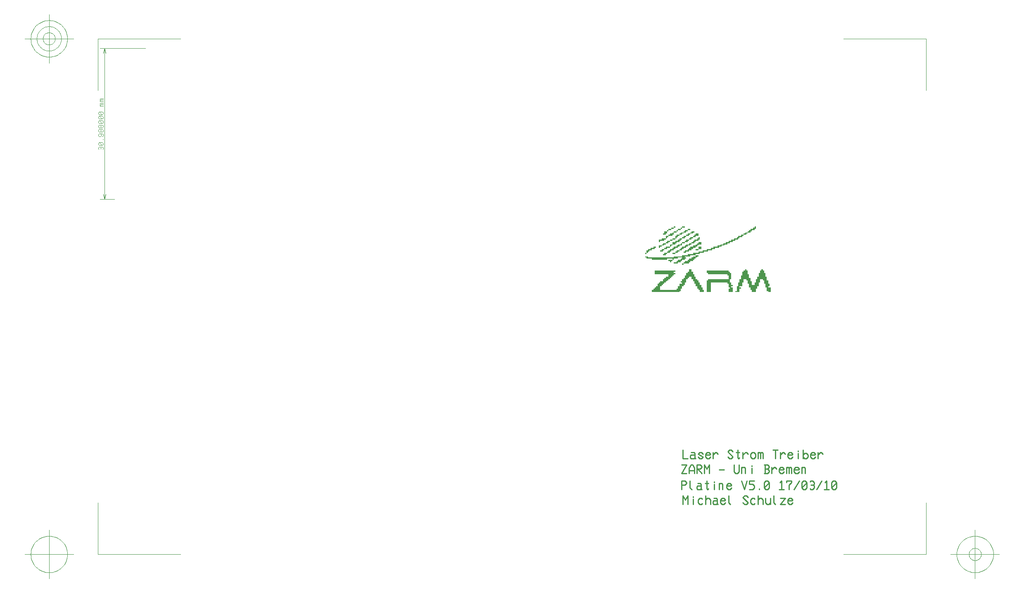
<source format=gbr>
G04 Generated by Ultiboard 10.0 *
%FSLAX25Y25*%
%MOIN*%

%ADD23C,0.00004*%
%ADD43C,0.01050*%
%ADD22C,0.00394*%


G04 ColorRGB CBCBCB for the following layer *
%LNMechanische Lage 1*%
%LPD*%
%FSLAX25Y25*%
%MOIN*%
G54D23*
X-33724Y312528D02*
X-34118Y312921D01*
X-34118Y312921D02*
X-34118Y313709D01*
X-34118Y313709D02*
X-33331Y314496D01*
X-33331Y314496D02*
X-32543Y314496D01*
X-32543Y314496D02*
X-32150Y314102D01*
X-32150Y314102D02*
X-31756Y314496D01*
X-31756Y314496D02*
X-30969Y314496D01*
X-30969Y314496D02*
X-30181Y313709D01*
X-30181Y313709D02*
X-30181Y312921D01*
X-30181Y312921D02*
X-30575Y312528D01*
X-32150Y312921D02*
X-32150Y314102D01*
X-33331Y315677D02*
X-34118Y316465D01*
X-34118Y316465D02*
X-34118Y317252D01*
X-34118Y317252D02*
X-33331Y318039D01*
X-33331Y318039D02*
X-30969Y318039D01*
X-30969Y318039D02*
X-30181Y317252D01*
X-30181Y317252D02*
X-30181Y316465D01*
X-30181Y316465D02*
X-30969Y315677D01*
X-30969Y315677D02*
X-33331Y315677D01*
X-33331Y318039D02*
X-30969Y315677D01*
X-30181Y320402D02*
X-30575Y320402D01*
X-30969Y322764D02*
X-30181Y323551D01*
X-30181Y323551D02*
X-30181Y324339D01*
X-30181Y324339D02*
X-30969Y325126D01*
X-30969Y325126D02*
X-32543Y325126D01*
X-32543Y325126D02*
X-33331Y325126D01*
X-33331Y325126D02*
X-34118Y324339D01*
X-34118Y324339D02*
X-34118Y323551D01*
X-34118Y323551D02*
X-33331Y322764D01*
X-33331Y322764D02*
X-32543Y322764D01*
X-32543Y322764D02*
X-31756Y323551D01*
X-31756Y323551D02*
X-31756Y324339D01*
X-31756Y324339D02*
X-32543Y325126D01*
X-30181Y327882D02*
X-30181Y327094D01*
X-30181Y327094D02*
X-30969Y326307D01*
X-30969Y326307D02*
X-31756Y326307D01*
X-31756Y326307D02*
X-32150Y326701D01*
X-32150Y326701D02*
X-32543Y326307D01*
X-32543Y326307D02*
X-33331Y326307D01*
X-33331Y326307D02*
X-34118Y327094D01*
X-34118Y327094D02*
X-34118Y327882D01*
X-34118Y327882D02*
X-33331Y328669D01*
X-33331Y328669D02*
X-32543Y328669D01*
X-32543Y328669D02*
X-32150Y328276D01*
X-32150Y328276D02*
X-31756Y328669D01*
X-31756Y328669D02*
X-30969Y328669D01*
X-30969Y328669D02*
X-30181Y327882D01*
X-32150Y326701D02*
X-32150Y328276D01*
X-30181Y331425D02*
X-30181Y330638D01*
X-30181Y330638D02*
X-30969Y329850D01*
X-30969Y329850D02*
X-31756Y329850D01*
X-31756Y329850D02*
X-32150Y330244D01*
X-32150Y330244D02*
X-32543Y329850D01*
X-32543Y329850D02*
X-33331Y329850D01*
X-33331Y329850D02*
X-34118Y330638D01*
X-34118Y330638D02*
X-34118Y331425D01*
X-34118Y331425D02*
X-33331Y332213D01*
X-33331Y332213D02*
X-32543Y332213D01*
X-32543Y332213D02*
X-32150Y331819D01*
X-32150Y331819D02*
X-31756Y332213D01*
X-31756Y332213D02*
X-30969Y332213D01*
X-30969Y332213D02*
X-30181Y331425D01*
X-32150Y330244D02*
X-32150Y331819D01*
X-33331Y333394D02*
X-34118Y334181D01*
X-34118Y334181D02*
X-34118Y334969D01*
X-34118Y334969D02*
X-33331Y335756D01*
X-33331Y335756D02*
X-30969Y335756D01*
X-30969Y335756D02*
X-30181Y334969D01*
X-30181Y334969D02*
X-30181Y334181D01*
X-30181Y334181D02*
X-30969Y333394D01*
X-30969Y333394D02*
X-33331Y333394D01*
X-33331Y335756D02*
X-30969Y333394D01*
X-33331Y336937D02*
X-34118Y337724D01*
X-34118Y337724D02*
X-34118Y338512D01*
X-34118Y338512D02*
X-33331Y339299D01*
X-33331Y339299D02*
X-30969Y339299D01*
X-30969Y339299D02*
X-30181Y338512D01*
X-30181Y338512D02*
X-30181Y337724D01*
X-30181Y337724D02*
X-30969Y336937D01*
X-30969Y336937D02*
X-33331Y336937D01*
X-33331Y339299D02*
X-30969Y336937D01*
X-33331Y340480D02*
X-34118Y341268D01*
X-34118Y341268D02*
X-34118Y342055D01*
X-34118Y342055D02*
X-33331Y342843D01*
X-33331Y342843D02*
X-30969Y342843D01*
X-30969Y342843D02*
X-30181Y342055D01*
X-30181Y342055D02*
X-30181Y341268D01*
X-30181Y341268D02*
X-30969Y340480D01*
X-30969Y340480D02*
X-33331Y340480D01*
X-33331Y342843D02*
X-30969Y340480D01*
X-30181Y347567D02*
X-32543Y347567D01*
X-32543Y347567D02*
X-32937Y347567D01*
X-32543Y347567D02*
X-32937Y347961D01*
X-32937Y347961D02*
X-32937Y348354D01*
X-32937Y348354D02*
X-32543Y348748D01*
X-32543Y348748D02*
X-32937Y349142D01*
X-32937Y349142D02*
X-32937Y349535D01*
X-32937Y349535D02*
X-32543Y349929D01*
X-32543Y349929D02*
X-30181Y349929D01*
X-32543Y348748D02*
X-30181Y348748D01*
X-30181Y351110D02*
X-32543Y351110D01*
X-32543Y351110D02*
X-32937Y351110D01*
X-32543Y351110D02*
X-32937Y351504D01*
X-32937Y351504D02*
X-32937Y351898D01*
X-32937Y351898D02*
X-32543Y352291D01*
X-32543Y352291D02*
X-32937Y352685D01*
X-32937Y352685D02*
X-32937Y353079D01*
X-32937Y353079D02*
X-32543Y353472D01*
X-32543Y353472D02*
X-30181Y353472D01*
X-32543Y352291D02*
X-30181Y352291D01*
X-21000Y272000D02*
X-32937Y272000D01*
X4000Y394000D02*
X-32937Y394000D01*
X-28016Y275937D02*
X-29000Y272000D01*
X-29000Y272000D02*
X-29984Y275937D01*
X-29000Y333000D02*
X-29000Y272000D01*
X-29984Y390063D02*
X-29000Y394000D01*
X-29000Y394000D02*
X-28016Y390063D01*
X-29000Y333000D02*
X-29000Y394000D01*
G36*
X430371Y249102D02*
X431474Y249102D01*
X431474Y250068D01*
X430371Y250068D01*
X430371Y249102D01*
G37*
G36*
X436990Y249102D02*
X438093Y249102D01*
X438093Y250068D01*
X436990Y250068D01*
X436990Y249102D01*
G37*
G36*
X438093Y249102D02*
X439196Y249102D01*
X439196Y250068D01*
X438093Y250068D01*
X438093Y249102D01*
G37*
G36*
X495454Y249102D02*
X496557Y249102D01*
X496557Y250068D01*
X495454Y250068D01*
X495454Y249102D01*
G37*
G36*
X428165Y248136D02*
X429268Y248136D01*
X429268Y249102D01*
X428165Y249102D01*
X428165Y248136D01*
G37*
G36*
X429268Y248136D02*
X430371Y248136D01*
X430371Y249102D01*
X429268Y249102D01*
X429268Y248136D01*
G37*
G36*
X435887Y248136D02*
X436990Y248136D01*
X436990Y249102D01*
X435887Y249102D01*
X435887Y248136D01*
G37*
G36*
X494351Y248136D02*
X495454Y248136D01*
X495454Y249102D01*
X494351Y249102D01*
X494351Y248136D01*
G37*
G36*
X495454Y248136D02*
X496557Y248136D01*
X496557Y249102D01*
X495454Y249102D01*
X495454Y248136D01*
G37*
G36*
X425959Y247169D02*
X427062Y247169D01*
X427062Y248136D01*
X425959Y248136D01*
X425959Y247169D01*
G37*
G36*
X427062Y247169D02*
X428165Y247169D01*
X428165Y248136D01*
X427062Y248136D01*
X427062Y247169D01*
G37*
G36*
X433680Y247169D02*
X434784Y247169D01*
X434784Y248136D01*
X433680Y248136D01*
X433680Y247169D01*
G37*
G36*
X434784Y247169D02*
X435887Y247169D01*
X435887Y248136D01*
X434784Y248136D01*
X434784Y247169D01*
G37*
G36*
X441402Y247169D02*
X442505Y247169D01*
X442505Y248136D01*
X441402Y248136D01*
X441402Y247169D01*
G37*
G36*
X442505Y247169D02*
X443608Y247169D01*
X443608Y248136D01*
X442505Y248136D01*
X442505Y247169D01*
G37*
G36*
X492144Y247169D02*
X493247Y247169D01*
X493247Y248136D01*
X492144Y248136D01*
X492144Y247169D01*
G37*
G36*
X493247Y247169D02*
X494351Y247169D01*
X494351Y248136D01*
X493247Y248136D01*
X493247Y247169D01*
G37*
G36*
X494351Y247169D02*
X495454Y247169D01*
X495454Y248136D01*
X494351Y248136D01*
X494351Y247169D01*
G37*
G36*
X424856Y246203D02*
X425959Y246203D01*
X425959Y247169D01*
X424856Y247169D01*
X424856Y246203D01*
G37*
G36*
X432577Y246203D02*
X433680Y246203D01*
X433680Y247169D01*
X432577Y247169D01*
X432577Y246203D01*
G37*
G36*
X439196Y246203D02*
X440299Y246203D01*
X440299Y247169D01*
X439196Y247169D01*
X439196Y246203D01*
G37*
G36*
X440299Y246203D02*
X441402Y246203D01*
X441402Y247169D01*
X440299Y247169D01*
X440299Y246203D01*
G37*
G36*
X491041Y246203D02*
X492144Y246203D01*
X492144Y247169D01*
X491041Y247169D01*
X491041Y246203D01*
G37*
G36*
X492144Y246203D02*
X493247Y246203D01*
X493247Y247169D01*
X492144Y247169D01*
X492144Y246203D01*
G37*
G36*
X422649Y245237D02*
X423753Y245237D01*
X423753Y246203D01*
X422649Y246203D01*
X422649Y245237D01*
G37*
G36*
X423753Y245237D02*
X424856Y245237D01*
X424856Y246203D01*
X423753Y246203D01*
X423753Y245237D01*
G37*
G36*
X430371Y245237D02*
X431474Y245237D01*
X431474Y246203D01*
X430371Y246203D01*
X430371Y245237D01*
G37*
G36*
X431474Y245237D02*
X432577Y245237D01*
X432577Y246203D01*
X431474Y246203D01*
X431474Y245237D01*
G37*
G36*
X438093Y245237D02*
X439196Y245237D01*
X439196Y246203D01*
X438093Y246203D01*
X438093Y245237D01*
G37*
G36*
X439196Y245237D02*
X440299Y245237D01*
X440299Y246203D01*
X439196Y246203D01*
X439196Y245237D01*
G37*
G36*
X444711Y245237D02*
X445814Y245237D01*
X445814Y246203D01*
X444711Y246203D01*
X444711Y245237D01*
G37*
G36*
X445814Y245237D02*
X446918Y245237D01*
X446918Y246203D01*
X445814Y246203D01*
X445814Y245237D01*
G37*
G36*
X489938Y245237D02*
X491041Y245237D01*
X491041Y246203D01*
X489938Y246203D01*
X489938Y245237D01*
G37*
G36*
X491041Y245237D02*
X492144Y245237D01*
X492144Y246203D01*
X491041Y246203D01*
X491041Y245237D01*
G37*
G36*
X422649Y244271D02*
X423753Y244271D01*
X423753Y245237D01*
X422649Y245237D01*
X422649Y244271D01*
G37*
G36*
X423753Y244271D02*
X424856Y244271D01*
X424856Y245237D01*
X423753Y245237D01*
X423753Y244271D01*
G37*
G36*
X429268Y244271D02*
X430371Y244271D01*
X430371Y245237D01*
X429268Y245237D01*
X429268Y244271D01*
G37*
G36*
X435887Y244271D02*
X436990Y244271D01*
X436990Y245237D01*
X435887Y245237D01*
X435887Y244271D01*
G37*
G36*
X436990Y244271D02*
X438093Y244271D01*
X438093Y245237D01*
X436990Y245237D01*
X436990Y244271D01*
G37*
G36*
X443608Y244271D02*
X444711Y244271D01*
X444711Y245237D01*
X443608Y245237D01*
X443608Y244271D01*
G37*
G36*
X444711Y244271D02*
X445814Y244271D01*
X445814Y245237D01*
X444711Y245237D01*
X444711Y244271D01*
G37*
G36*
X487732Y244271D02*
X488835Y244271D01*
X488835Y245237D01*
X487732Y245237D01*
X487732Y244271D01*
G37*
G36*
X488835Y244271D02*
X489938Y244271D01*
X489938Y245237D01*
X488835Y245237D01*
X488835Y244271D01*
G37*
G36*
X421546Y243305D02*
X422649Y243305D01*
X422649Y244271D01*
X421546Y244271D01*
X421546Y243305D01*
G37*
G36*
X422649Y243305D02*
X423753Y243305D01*
X423753Y244271D01*
X422649Y244271D01*
X422649Y243305D01*
G37*
G36*
X427062Y243305D02*
X428165Y243305D01*
X428165Y244271D01*
X427062Y244271D01*
X427062Y243305D01*
G37*
G36*
X428165Y243305D02*
X429268Y243305D01*
X429268Y244271D01*
X428165Y244271D01*
X428165Y243305D01*
G37*
G36*
X429268Y243305D02*
X430371Y243305D01*
X430371Y244271D01*
X429268Y244271D01*
X429268Y243305D01*
G37*
G36*
X434784Y243305D02*
X435887Y243305D01*
X435887Y244271D01*
X434784Y244271D01*
X434784Y243305D01*
G37*
G36*
X435887Y243305D02*
X436990Y243305D01*
X436990Y244271D01*
X435887Y244271D01*
X435887Y243305D01*
G37*
G36*
X441402Y243305D02*
X442505Y243305D01*
X442505Y244271D01*
X441402Y244271D01*
X441402Y243305D01*
G37*
G36*
X442505Y243305D02*
X443608Y243305D01*
X443608Y244271D01*
X442505Y244271D01*
X442505Y243305D01*
G37*
G36*
X448021Y243305D02*
X449124Y243305D01*
X449124Y244271D01*
X448021Y244271D01*
X448021Y243305D01*
G37*
G36*
X449124Y243305D02*
X450227Y243305D01*
X450227Y244271D01*
X449124Y244271D01*
X449124Y243305D01*
G37*
G36*
X486629Y243305D02*
X487732Y243305D01*
X487732Y244271D01*
X486629Y244271D01*
X486629Y243305D01*
G37*
G36*
X487732Y243305D02*
X488835Y243305D01*
X488835Y244271D01*
X487732Y244271D01*
X487732Y243305D01*
G37*
G36*
X425959Y242339D02*
X427062Y242339D01*
X427062Y243305D01*
X425959Y243305D01*
X425959Y242339D01*
G37*
G36*
X427062Y242339D02*
X428165Y242339D01*
X428165Y243305D01*
X427062Y243305D01*
X427062Y242339D01*
G37*
G36*
X428165Y242339D02*
X429268Y242339D01*
X429268Y243305D01*
X428165Y243305D01*
X428165Y242339D01*
G37*
G36*
X432577Y242339D02*
X433680Y242339D01*
X433680Y243305D01*
X432577Y243305D01*
X432577Y242339D01*
G37*
G36*
X433680Y242339D02*
X434784Y242339D01*
X434784Y243305D01*
X433680Y243305D01*
X433680Y242339D01*
G37*
G36*
X440299Y242339D02*
X441402Y242339D01*
X441402Y243305D01*
X440299Y243305D01*
X440299Y242339D01*
G37*
G36*
X441402Y242339D02*
X442505Y242339D01*
X442505Y243305D01*
X441402Y243305D01*
X441402Y242339D01*
G37*
G36*
X446918Y242339D02*
X448021Y242339D01*
X448021Y243305D01*
X446918Y243305D01*
X446918Y242339D01*
G37*
G36*
X448021Y242339D02*
X449124Y242339D01*
X449124Y243305D01*
X448021Y243305D01*
X448021Y242339D01*
G37*
G36*
X449124Y242339D02*
X450227Y242339D01*
X450227Y243305D01*
X449124Y243305D01*
X449124Y242339D01*
G37*
G36*
X484423Y242339D02*
X485526Y242339D01*
X485526Y243305D01*
X484423Y243305D01*
X484423Y242339D01*
G37*
G36*
X485526Y242339D02*
X486629Y242339D01*
X486629Y243305D01*
X485526Y243305D01*
X485526Y242339D01*
G37*
G36*
X423753Y241373D02*
X424856Y241373D01*
X424856Y242339D01*
X423753Y242339D01*
X423753Y241373D01*
G37*
G36*
X424856Y241373D02*
X425959Y241373D01*
X425959Y242339D01*
X424856Y242339D01*
X424856Y241373D01*
G37*
G36*
X431474Y241373D02*
X432577Y241373D01*
X432577Y242339D01*
X431474Y242339D01*
X431474Y241373D01*
G37*
G36*
X432577Y241373D02*
X433680Y241373D01*
X433680Y242339D01*
X432577Y242339D01*
X432577Y241373D01*
G37*
G36*
X438093Y241373D02*
X439196Y241373D01*
X439196Y242339D01*
X438093Y242339D01*
X438093Y241373D01*
G37*
G36*
X439196Y241373D02*
X440299Y241373D01*
X440299Y242339D01*
X439196Y242339D01*
X439196Y241373D01*
G37*
G36*
X445814Y241373D02*
X446918Y241373D01*
X446918Y242339D01*
X445814Y242339D01*
X445814Y241373D01*
G37*
G36*
X446918Y241373D02*
X448021Y241373D01*
X448021Y242339D01*
X446918Y242339D01*
X446918Y241373D01*
G37*
G36*
X482216Y241373D02*
X483320Y241373D01*
X483320Y242339D01*
X482216Y242339D01*
X482216Y241373D01*
G37*
G36*
X483320Y241373D02*
X484423Y241373D01*
X484423Y242339D01*
X483320Y242339D01*
X483320Y241373D01*
G37*
G36*
X484423Y241373D02*
X485526Y241373D01*
X485526Y242339D01*
X484423Y242339D01*
X484423Y241373D01*
G37*
G36*
X423753Y240407D02*
X424856Y240407D01*
X424856Y241373D01*
X423753Y241373D01*
X423753Y240407D01*
G37*
G36*
X431474Y240407D02*
X432577Y240407D01*
X432577Y241373D01*
X431474Y241373D01*
X431474Y240407D01*
G37*
G36*
X436990Y240407D02*
X438093Y240407D01*
X438093Y241373D01*
X436990Y241373D01*
X436990Y240407D01*
G37*
G36*
X438093Y240407D02*
X439196Y240407D01*
X439196Y241373D01*
X438093Y241373D01*
X438093Y240407D01*
G37*
G36*
X443608Y240407D02*
X444711Y240407D01*
X444711Y241373D01*
X443608Y241373D01*
X443608Y240407D01*
G37*
G36*
X444711Y240407D02*
X445814Y240407D01*
X445814Y241373D01*
X444711Y241373D01*
X444711Y240407D01*
G37*
G36*
X450227Y240407D02*
X451330Y240407D01*
X451330Y241373D01*
X450227Y241373D01*
X450227Y240407D01*
G37*
G36*
X481113Y240407D02*
X482216Y240407D01*
X482216Y241373D01*
X481113Y241373D01*
X481113Y240407D01*
G37*
G36*
X482216Y240407D02*
X483320Y240407D01*
X483320Y241373D01*
X482216Y241373D01*
X482216Y240407D01*
G37*
G36*
X420443Y239441D02*
X421546Y239441D01*
X421546Y240407D01*
X420443Y240407D01*
X420443Y239441D01*
G37*
G36*
X421546Y239441D02*
X422649Y239441D01*
X422649Y240407D01*
X421546Y240407D01*
X421546Y239441D01*
G37*
G36*
X422649Y239441D02*
X423753Y239441D01*
X423753Y240407D01*
X422649Y240407D01*
X422649Y239441D01*
G37*
G36*
X429268Y239441D02*
X430371Y239441D01*
X430371Y240407D01*
X429268Y240407D01*
X429268Y239441D01*
G37*
G36*
X430371Y239441D02*
X431474Y239441D01*
X431474Y240407D01*
X430371Y240407D01*
X430371Y239441D01*
G37*
G36*
X434784Y239441D02*
X435887Y239441D01*
X435887Y240407D01*
X434784Y240407D01*
X434784Y239441D01*
G37*
G36*
X435887Y239441D02*
X436990Y239441D01*
X436990Y240407D01*
X435887Y240407D01*
X435887Y239441D01*
G37*
G36*
X442505Y239441D02*
X443608Y239441D01*
X443608Y240407D01*
X442505Y240407D01*
X442505Y239441D01*
G37*
G36*
X443608Y239441D02*
X444711Y239441D01*
X444711Y240407D01*
X443608Y240407D01*
X443608Y239441D01*
G37*
G36*
X449124Y239441D02*
X450227Y239441D01*
X450227Y240407D01*
X449124Y240407D01*
X449124Y239441D01*
G37*
G36*
X450227Y239441D02*
X451330Y239441D01*
X451330Y240407D01*
X450227Y240407D01*
X450227Y239441D01*
G37*
G36*
X478907Y239441D02*
X480010Y239441D01*
X480010Y240407D01*
X478907Y240407D01*
X478907Y239441D01*
G37*
G36*
X480010Y239441D02*
X481113Y239441D01*
X481113Y240407D01*
X480010Y240407D01*
X480010Y239441D01*
G37*
G36*
X481113Y239441D02*
X482216Y239441D01*
X482216Y240407D01*
X481113Y240407D01*
X481113Y239441D01*
G37*
G36*
X418237Y238475D02*
X419340Y238475D01*
X419340Y239441D01*
X418237Y239441D01*
X418237Y238475D01*
G37*
G36*
X419340Y238475D02*
X420443Y238475D01*
X420443Y239441D01*
X419340Y239441D01*
X419340Y238475D01*
G37*
G36*
X420443Y238475D02*
X421546Y238475D01*
X421546Y239441D01*
X420443Y239441D01*
X420443Y238475D01*
G37*
G36*
X421546Y238475D02*
X422649Y238475D01*
X422649Y239441D01*
X421546Y239441D01*
X421546Y238475D01*
G37*
G36*
X427062Y238475D02*
X428165Y238475D01*
X428165Y239441D01*
X427062Y239441D01*
X427062Y238475D01*
G37*
G36*
X428165Y238475D02*
X429268Y238475D01*
X429268Y239441D01*
X428165Y239441D01*
X428165Y238475D01*
G37*
G36*
X433680Y238475D02*
X434784Y238475D01*
X434784Y239441D01*
X433680Y239441D01*
X433680Y238475D01*
G37*
G36*
X434784Y238475D02*
X435887Y238475D01*
X435887Y239441D01*
X434784Y239441D01*
X434784Y238475D01*
G37*
G36*
X440299Y238475D02*
X441402Y238475D01*
X441402Y239441D01*
X440299Y239441D01*
X440299Y238475D01*
G37*
G36*
X441402Y238475D02*
X442505Y238475D01*
X442505Y239441D01*
X441402Y239441D01*
X441402Y238475D01*
G37*
G36*
X446918Y238475D02*
X448021Y238475D01*
X448021Y239441D01*
X446918Y239441D01*
X446918Y238475D01*
G37*
G36*
X448021Y238475D02*
X449124Y238475D01*
X449124Y239441D01*
X448021Y239441D01*
X448021Y238475D01*
G37*
G36*
X449124Y238475D02*
X450227Y238475D01*
X450227Y239441D01*
X449124Y239441D01*
X449124Y238475D01*
G37*
G36*
X476701Y238475D02*
X477804Y238475D01*
X477804Y239441D01*
X476701Y239441D01*
X476701Y238475D01*
G37*
G36*
X477804Y238475D02*
X478907Y238475D01*
X478907Y239441D01*
X477804Y239441D01*
X477804Y238475D01*
G37*
G36*
X478907Y238475D02*
X480010Y238475D01*
X480010Y239441D01*
X478907Y239441D01*
X478907Y238475D01*
G37*
G36*
X418237Y237508D02*
X419340Y237508D01*
X419340Y238475D01*
X418237Y238475D01*
X418237Y237508D01*
G37*
G36*
X424856Y237508D02*
X425959Y237508D01*
X425959Y238475D01*
X424856Y238475D01*
X424856Y237508D01*
G37*
G36*
X425959Y237508D02*
X427062Y237508D01*
X427062Y238475D01*
X425959Y238475D01*
X425959Y237508D01*
G37*
G36*
X431474Y237508D02*
X432577Y237508D01*
X432577Y238475D01*
X431474Y238475D01*
X431474Y237508D01*
G37*
G36*
X432577Y237508D02*
X433680Y237508D01*
X433680Y238475D01*
X432577Y238475D01*
X432577Y237508D01*
G37*
G36*
X433680Y237508D02*
X434784Y237508D01*
X434784Y238475D01*
X433680Y238475D01*
X433680Y237508D01*
G37*
G36*
X439196Y237508D02*
X440299Y237508D01*
X440299Y238475D01*
X439196Y238475D01*
X439196Y237508D01*
G37*
G36*
X440299Y237508D02*
X441402Y237508D01*
X441402Y238475D01*
X440299Y238475D01*
X440299Y237508D01*
G37*
G36*
X445814Y237508D02*
X446918Y237508D01*
X446918Y238475D01*
X445814Y238475D01*
X445814Y237508D01*
G37*
G36*
X446918Y237508D02*
X448021Y237508D01*
X448021Y238475D01*
X446918Y238475D01*
X446918Y237508D01*
G37*
G36*
X474495Y237508D02*
X475598Y237508D01*
X475598Y238475D01*
X474495Y238475D01*
X474495Y237508D01*
G37*
G36*
X475598Y237508D02*
X476701Y237508D01*
X476701Y238475D01*
X475598Y238475D01*
X475598Y237508D01*
G37*
G36*
X476701Y237508D02*
X477804Y237508D01*
X477804Y238475D01*
X476701Y238475D01*
X476701Y237508D01*
G37*
G36*
X423753Y236542D02*
X424856Y236542D01*
X424856Y237508D01*
X423753Y237508D01*
X423753Y236542D01*
G37*
G36*
X424856Y236542D02*
X425959Y236542D01*
X425959Y237508D01*
X424856Y237508D01*
X424856Y236542D01*
G37*
G36*
X429268Y236542D02*
X430371Y236542D01*
X430371Y237508D01*
X429268Y237508D01*
X429268Y236542D01*
G37*
G36*
X430371Y236542D02*
X431474Y236542D01*
X431474Y237508D01*
X430371Y237508D01*
X430371Y236542D01*
G37*
G36*
X431474Y236542D02*
X432577Y236542D01*
X432577Y237508D01*
X431474Y237508D01*
X431474Y236542D01*
G37*
G36*
X436990Y236542D02*
X438093Y236542D01*
X438093Y237508D01*
X436990Y237508D01*
X436990Y236542D01*
G37*
G36*
X438093Y236542D02*
X439196Y236542D01*
X439196Y237508D01*
X438093Y237508D01*
X438093Y236542D01*
G37*
G36*
X444711Y236542D02*
X445814Y236542D01*
X445814Y237508D01*
X444711Y237508D01*
X444711Y236542D01*
G37*
G36*
X445814Y236542D02*
X446918Y236542D01*
X446918Y237508D01*
X445814Y237508D01*
X445814Y236542D01*
G37*
G36*
X450227Y236542D02*
X451330Y236542D01*
X451330Y237508D01*
X450227Y237508D01*
X450227Y236542D01*
G37*
G36*
X451330Y236542D02*
X452433Y236542D01*
X452433Y237508D01*
X451330Y237508D01*
X451330Y236542D01*
G37*
G36*
X472289Y236542D02*
X473392Y236542D01*
X473392Y237508D01*
X472289Y237508D01*
X472289Y236542D01*
G37*
G36*
X473392Y236542D02*
X474495Y236542D01*
X474495Y237508D01*
X473392Y237508D01*
X473392Y236542D01*
G37*
G36*
X474495Y236542D02*
X475598Y236542D01*
X475598Y237508D01*
X474495Y237508D01*
X474495Y236542D01*
G37*
G36*
X421546Y235576D02*
X422649Y235576D01*
X422649Y236542D01*
X421546Y236542D01*
X421546Y235576D01*
G37*
G36*
X422649Y235576D02*
X423753Y235576D01*
X423753Y236542D01*
X422649Y236542D01*
X422649Y235576D01*
G37*
G36*
X429268Y235576D02*
X430371Y235576D01*
X430371Y236542D01*
X429268Y236542D01*
X429268Y235576D01*
G37*
G36*
X430371Y235576D02*
X431474Y235576D01*
X431474Y236542D01*
X430371Y236542D01*
X430371Y235576D01*
G37*
G36*
X435887Y235576D02*
X436990Y235576D01*
X436990Y236542D01*
X435887Y236542D01*
X435887Y235576D01*
G37*
G36*
X442505Y235576D02*
X443608Y235576D01*
X443608Y236542D01*
X442505Y236542D01*
X442505Y235576D01*
G37*
G36*
X443608Y235576D02*
X444711Y235576D01*
X444711Y236542D01*
X443608Y236542D01*
X443608Y235576D01*
G37*
G36*
X449124Y235576D02*
X450227Y235576D01*
X450227Y236542D01*
X449124Y236542D01*
X449124Y235576D01*
G37*
G36*
X450227Y235576D02*
X451330Y235576D01*
X451330Y236542D01*
X450227Y236542D01*
X450227Y235576D01*
G37*
G36*
X451330Y235576D02*
X452433Y235576D01*
X452433Y236542D01*
X451330Y236542D01*
X451330Y235576D01*
G37*
G36*
X470082Y235576D02*
X471186Y235576D01*
X471186Y236542D01*
X470082Y236542D01*
X470082Y235576D01*
G37*
G36*
X471186Y235576D02*
X472289Y235576D01*
X472289Y236542D01*
X471186Y236542D01*
X471186Y235576D01*
G37*
G36*
X472289Y235576D02*
X473392Y235576D01*
X473392Y236542D01*
X472289Y236542D01*
X472289Y235576D01*
G37*
G36*
X420443Y234610D02*
X421546Y234610D01*
X421546Y235576D01*
X420443Y235576D01*
X420443Y234610D01*
G37*
G36*
X421546Y234610D02*
X422649Y234610D01*
X422649Y235576D01*
X421546Y235576D01*
X421546Y234610D01*
G37*
G36*
X427062Y234610D02*
X428165Y234610D01*
X428165Y235576D01*
X427062Y235576D01*
X427062Y234610D01*
G37*
G36*
X428165Y234610D02*
X429268Y234610D01*
X429268Y235576D01*
X428165Y235576D01*
X428165Y234610D01*
G37*
G36*
X433680Y234610D02*
X434784Y234610D01*
X434784Y235576D01*
X433680Y235576D01*
X433680Y234610D01*
G37*
G36*
X434784Y234610D02*
X435887Y234610D01*
X435887Y235576D01*
X434784Y235576D01*
X434784Y234610D01*
G37*
G36*
X435887Y234610D02*
X436990Y234610D01*
X436990Y235576D01*
X435887Y235576D01*
X435887Y234610D01*
G37*
G36*
X440299Y234610D02*
X441402Y234610D01*
X441402Y235576D01*
X440299Y235576D01*
X440299Y234610D01*
G37*
G36*
X441402Y234610D02*
X442505Y234610D01*
X442505Y235576D01*
X441402Y235576D01*
X441402Y234610D01*
G37*
G36*
X442505Y234610D02*
X443608Y234610D01*
X443608Y235576D01*
X442505Y235576D01*
X442505Y234610D01*
G37*
G36*
X448021Y234610D02*
X449124Y234610D01*
X449124Y235576D01*
X448021Y235576D01*
X448021Y234610D01*
G37*
G36*
X449124Y234610D02*
X450227Y234610D01*
X450227Y235576D01*
X449124Y235576D01*
X449124Y234610D01*
G37*
G36*
X467876Y234610D02*
X468979Y234610D01*
X468979Y235576D01*
X467876Y235576D01*
X467876Y234610D01*
G37*
G36*
X468979Y234610D02*
X470082Y234610D01*
X470082Y235576D01*
X468979Y235576D01*
X468979Y234610D01*
G37*
G36*
X470082Y234610D02*
X471186Y234610D01*
X471186Y235576D01*
X470082Y235576D01*
X470082Y234610D01*
G37*
G36*
X418237Y233644D02*
X419340Y233644D01*
X419340Y234610D01*
X418237Y234610D01*
X418237Y233644D01*
G37*
G36*
X419340Y233644D02*
X420443Y233644D01*
X420443Y234610D01*
X419340Y234610D01*
X419340Y233644D01*
G37*
G36*
X427062Y233644D02*
X428165Y233644D01*
X428165Y234610D01*
X427062Y234610D01*
X427062Y233644D01*
G37*
G36*
X432577Y233644D02*
X433680Y233644D01*
X433680Y234610D01*
X432577Y234610D01*
X432577Y233644D01*
G37*
G36*
X433680Y233644D02*
X434784Y233644D01*
X434784Y234610D01*
X433680Y234610D01*
X433680Y233644D01*
G37*
G36*
X439196Y233644D02*
X440299Y233644D01*
X440299Y234610D01*
X439196Y234610D01*
X439196Y233644D01*
G37*
G36*
X440299Y233644D02*
X441402Y233644D01*
X441402Y234610D01*
X440299Y234610D01*
X440299Y233644D01*
G37*
G36*
X445814Y233644D02*
X446918Y233644D01*
X446918Y234610D01*
X445814Y234610D01*
X445814Y233644D01*
G37*
G36*
X446918Y233644D02*
X448021Y233644D01*
X448021Y234610D01*
X446918Y234610D01*
X446918Y233644D01*
G37*
G36*
X448021Y233644D02*
X449124Y233644D01*
X449124Y234610D01*
X448021Y234610D01*
X448021Y233644D01*
G37*
G36*
X465670Y233644D02*
X466773Y233644D01*
X466773Y234610D01*
X465670Y234610D01*
X465670Y233644D01*
G37*
G36*
X466773Y233644D02*
X467876Y233644D01*
X467876Y234610D01*
X466773Y234610D01*
X466773Y233644D01*
G37*
G36*
X467876Y233644D02*
X468979Y233644D01*
X468979Y234610D01*
X467876Y234610D01*
X467876Y233644D01*
G37*
G36*
X413825Y232678D02*
X414928Y232678D01*
X414928Y233644D01*
X413825Y233644D01*
X413825Y232678D01*
G37*
G36*
X414928Y232678D02*
X416031Y232678D01*
X416031Y233644D01*
X414928Y233644D01*
X414928Y232678D01*
G37*
G36*
X418237Y232678D02*
X419340Y232678D01*
X419340Y233644D01*
X418237Y233644D01*
X418237Y232678D01*
G37*
G36*
X423753Y232678D02*
X424856Y232678D01*
X424856Y233644D01*
X423753Y233644D01*
X423753Y232678D01*
G37*
G36*
X424856Y232678D02*
X425959Y232678D01*
X425959Y233644D01*
X424856Y233644D01*
X424856Y232678D01*
G37*
G36*
X425959Y232678D02*
X427062Y232678D01*
X427062Y233644D01*
X425959Y233644D01*
X425959Y232678D01*
G37*
G36*
X430371Y232678D02*
X431474Y232678D01*
X431474Y233644D01*
X430371Y233644D01*
X430371Y232678D01*
G37*
G36*
X431474Y232678D02*
X432577Y232678D01*
X432577Y233644D01*
X431474Y233644D01*
X431474Y232678D01*
G37*
G36*
X432577Y232678D02*
X433680Y232678D01*
X433680Y233644D01*
X432577Y233644D01*
X432577Y232678D01*
G37*
G36*
X436990Y232678D02*
X438093Y232678D01*
X438093Y233644D01*
X436990Y233644D01*
X436990Y232678D01*
G37*
G36*
X438093Y232678D02*
X439196Y232678D01*
X439196Y233644D01*
X438093Y233644D01*
X438093Y232678D01*
G37*
G36*
X439196Y232678D02*
X440299Y232678D01*
X440299Y233644D01*
X439196Y233644D01*
X439196Y232678D01*
G37*
G36*
X443608Y232678D02*
X444711Y232678D01*
X444711Y233644D01*
X443608Y233644D01*
X443608Y232678D01*
G37*
G36*
X444711Y232678D02*
X445814Y232678D01*
X445814Y233644D01*
X444711Y233644D01*
X444711Y232678D01*
G37*
G36*
X445814Y232678D02*
X446918Y232678D01*
X446918Y233644D01*
X445814Y233644D01*
X445814Y232678D01*
G37*
G36*
X446918Y232678D02*
X448021Y232678D01*
X448021Y233644D01*
X446918Y233644D01*
X446918Y232678D01*
G37*
G36*
X450227Y232678D02*
X451330Y232678D01*
X451330Y233644D01*
X450227Y233644D01*
X450227Y232678D01*
G37*
G36*
X451330Y232678D02*
X452433Y232678D01*
X452433Y233644D01*
X451330Y233644D01*
X451330Y232678D01*
G37*
G36*
X462361Y232678D02*
X463464Y232678D01*
X463464Y233644D01*
X462361Y233644D01*
X462361Y232678D01*
G37*
G36*
X463464Y232678D02*
X464567Y232678D01*
X464567Y233644D01*
X463464Y233644D01*
X463464Y232678D01*
G37*
G36*
X464567Y232678D02*
X465670Y232678D01*
X465670Y233644D01*
X464567Y233644D01*
X464567Y232678D01*
G37*
G36*
X465670Y232678D02*
X466773Y232678D01*
X466773Y233644D01*
X465670Y233644D01*
X465670Y232678D01*
G37*
G36*
X411619Y231712D02*
X412722Y231712D01*
X412722Y232678D01*
X411619Y232678D01*
X411619Y231712D01*
G37*
G36*
X412722Y231712D02*
X413825Y231712D01*
X413825Y232678D01*
X412722Y232678D01*
X412722Y231712D01*
G37*
G36*
X413825Y231712D02*
X414928Y231712D01*
X414928Y232678D01*
X413825Y232678D01*
X413825Y231712D01*
G37*
G36*
X422649Y231712D02*
X423753Y231712D01*
X423753Y232678D01*
X422649Y232678D01*
X422649Y231712D01*
G37*
G36*
X423753Y231712D02*
X424856Y231712D01*
X424856Y232678D01*
X423753Y232678D01*
X423753Y231712D01*
G37*
G36*
X429268Y231712D02*
X430371Y231712D01*
X430371Y232678D01*
X429268Y232678D01*
X429268Y231712D01*
G37*
G36*
X430371Y231712D02*
X431474Y231712D01*
X431474Y232678D01*
X430371Y232678D01*
X430371Y231712D01*
G37*
G36*
X435887Y231712D02*
X436990Y231712D01*
X436990Y232678D01*
X435887Y232678D01*
X435887Y231712D01*
G37*
G36*
X436990Y231712D02*
X438093Y231712D01*
X438093Y232678D01*
X436990Y232678D01*
X436990Y231712D01*
G37*
G36*
X442505Y231712D02*
X443608Y231712D01*
X443608Y232678D01*
X442505Y232678D01*
X442505Y231712D01*
G37*
G36*
X443608Y231712D02*
X444711Y231712D01*
X444711Y232678D01*
X443608Y232678D01*
X443608Y231712D01*
G37*
G36*
X444711Y231712D02*
X445814Y231712D01*
X445814Y232678D01*
X444711Y232678D01*
X444711Y231712D01*
G37*
G36*
X450227Y231712D02*
X451330Y231712D01*
X451330Y232678D01*
X450227Y232678D01*
X450227Y231712D01*
G37*
G36*
X451330Y231712D02*
X452433Y231712D01*
X452433Y232678D01*
X451330Y232678D01*
X451330Y231712D01*
G37*
G36*
X460155Y231712D02*
X461258Y231712D01*
X461258Y232678D01*
X460155Y232678D01*
X460155Y231712D01*
G37*
G36*
X461258Y231712D02*
X462361Y231712D01*
X462361Y232678D01*
X461258Y232678D01*
X461258Y231712D01*
G37*
G36*
X462361Y231712D02*
X463464Y231712D01*
X463464Y232678D01*
X462361Y232678D01*
X462361Y231712D01*
G37*
G36*
X409412Y230746D02*
X410515Y230746D01*
X410515Y231712D01*
X409412Y231712D01*
X409412Y230746D01*
G37*
G36*
X410515Y230746D02*
X411619Y230746D01*
X411619Y231712D01*
X410515Y231712D01*
X410515Y230746D01*
G37*
G36*
X411619Y230746D02*
X412722Y230746D01*
X412722Y231712D01*
X411619Y231712D01*
X411619Y230746D01*
G37*
G36*
X420443Y230746D02*
X421546Y230746D01*
X421546Y231712D01*
X420443Y231712D01*
X420443Y230746D01*
G37*
G36*
X421546Y230746D02*
X422649Y230746D01*
X422649Y231712D01*
X421546Y231712D01*
X421546Y230746D01*
G37*
G36*
X427062Y230746D02*
X428165Y230746D01*
X428165Y231712D01*
X427062Y231712D01*
X427062Y230746D01*
G37*
G36*
X428165Y230746D02*
X429268Y230746D01*
X429268Y231712D01*
X428165Y231712D01*
X428165Y230746D01*
G37*
G36*
X429268Y230746D02*
X430371Y230746D01*
X430371Y231712D01*
X429268Y231712D01*
X429268Y230746D01*
G37*
G36*
X434784Y230746D02*
X435887Y230746D01*
X435887Y231712D01*
X434784Y231712D01*
X434784Y230746D01*
G37*
G36*
X435887Y230746D02*
X436990Y230746D01*
X436990Y231712D01*
X435887Y231712D01*
X435887Y230746D01*
G37*
G36*
X441402Y230746D02*
X442505Y230746D01*
X442505Y231712D01*
X441402Y231712D01*
X441402Y230746D01*
G37*
G36*
X442505Y230746D02*
X443608Y230746D01*
X443608Y231712D01*
X442505Y231712D01*
X442505Y230746D01*
G37*
G36*
X443608Y230746D02*
X444711Y230746D01*
X444711Y231712D01*
X443608Y231712D01*
X443608Y230746D01*
G37*
G36*
X448021Y230746D02*
X449124Y230746D01*
X449124Y231712D01*
X448021Y231712D01*
X448021Y230746D01*
G37*
G36*
X449124Y230746D02*
X450227Y230746D01*
X450227Y231712D01*
X449124Y231712D01*
X449124Y230746D01*
G37*
G36*
X456845Y230746D02*
X457948Y230746D01*
X457948Y231712D01*
X456845Y231712D01*
X456845Y230746D01*
G37*
G36*
X457948Y230746D02*
X459052Y230746D01*
X459052Y231712D01*
X457948Y231712D01*
X457948Y230746D01*
G37*
G36*
X459052Y230746D02*
X460155Y230746D01*
X460155Y231712D01*
X459052Y231712D01*
X459052Y230746D01*
G37*
G36*
X460155Y230746D02*
X461258Y230746D01*
X461258Y231712D01*
X460155Y231712D01*
X460155Y230746D01*
G37*
G36*
X408309Y229780D02*
X409412Y229780D01*
X409412Y230746D01*
X408309Y230746D01*
X408309Y229780D01*
G37*
G36*
X409412Y229780D02*
X410515Y229780D01*
X410515Y230746D01*
X409412Y230746D01*
X409412Y229780D01*
G37*
G36*
X419340Y229780D02*
X420443Y229780D01*
X420443Y230746D01*
X419340Y230746D01*
X419340Y229780D01*
G37*
G36*
X420443Y229780D02*
X421546Y229780D01*
X421546Y230746D01*
X420443Y230746D01*
X420443Y229780D01*
G37*
G36*
X425959Y229780D02*
X427062Y229780D01*
X427062Y230746D01*
X425959Y230746D01*
X425959Y229780D01*
G37*
G36*
X427062Y229780D02*
X428165Y229780D01*
X428165Y230746D01*
X427062Y230746D01*
X427062Y229780D01*
G37*
G36*
X432577Y229780D02*
X433680Y229780D01*
X433680Y230746D01*
X432577Y230746D01*
X432577Y229780D01*
G37*
G36*
X433680Y229780D02*
X434784Y229780D01*
X434784Y230746D01*
X433680Y230746D01*
X433680Y229780D01*
G37*
G36*
X439196Y229780D02*
X440299Y229780D01*
X440299Y230746D01*
X439196Y230746D01*
X439196Y229780D01*
G37*
G36*
X440299Y229780D02*
X441402Y229780D01*
X441402Y230746D01*
X440299Y230746D01*
X440299Y229780D01*
G37*
G36*
X441402Y229780D02*
X442505Y229780D01*
X442505Y230746D01*
X441402Y230746D01*
X441402Y229780D01*
G37*
G36*
X453536Y229780D02*
X454639Y229780D01*
X454639Y230746D01*
X453536Y230746D01*
X453536Y229780D01*
G37*
G36*
X454639Y229780D02*
X455742Y229780D01*
X455742Y230746D01*
X454639Y230746D01*
X454639Y229780D01*
G37*
G36*
X455742Y229780D02*
X456845Y229780D01*
X456845Y230746D01*
X455742Y230746D01*
X455742Y229780D01*
G37*
G36*
X456845Y229780D02*
X457948Y229780D01*
X457948Y230746D01*
X456845Y230746D01*
X456845Y229780D01*
G37*
G36*
X408309Y228814D02*
X409412Y228814D01*
X409412Y229780D01*
X408309Y229780D01*
X408309Y228814D01*
G37*
G36*
X424856Y228814D02*
X425959Y228814D01*
X425959Y229780D01*
X424856Y229780D01*
X424856Y228814D01*
G37*
G36*
X425959Y228814D02*
X427062Y228814D01*
X427062Y229780D01*
X425959Y229780D01*
X425959Y228814D01*
G37*
G36*
X431474Y228814D02*
X432577Y228814D01*
X432577Y229780D01*
X431474Y229780D01*
X431474Y228814D01*
G37*
G36*
X432577Y228814D02*
X433680Y228814D01*
X433680Y229780D01*
X432577Y229780D01*
X432577Y228814D01*
G37*
G36*
X438093Y228814D02*
X439196Y228814D01*
X439196Y229780D01*
X438093Y229780D01*
X438093Y228814D01*
G37*
G36*
X439196Y228814D02*
X440299Y228814D01*
X440299Y229780D01*
X439196Y229780D01*
X439196Y228814D01*
G37*
G36*
X450227Y228814D02*
X451330Y228814D01*
X451330Y229780D01*
X450227Y229780D01*
X450227Y228814D01*
G37*
G36*
X451330Y228814D02*
X452433Y228814D01*
X452433Y229780D01*
X451330Y229780D01*
X451330Y228814D01*
G37*
G36*
X452433Y228814D02*
X453536Y228814D01*
X453536Y229780D01*
X452433Y229780D01*
X452433Y228814D01*
G37*
G36*
X453536Y228814D02*
X454639Y228814D01*
X454639Y229780D01*
X453536Y229780D01*
X453536Y228814D01*
G37*
G36*
X407206Y227847D02*
X408309Y227847D01*
X408309Y228814D01*
X407206Y228814D01*
X407206Y227847D01*
G37*
G36*
X422649Y227847D02*
X423753Y227847D01*
X423753Y228814D01*
X422649Y228814D01*
X422649Y227847D01*
G37*
G36*
X423753Y227847D02*
X424856Y227847D01*
X424856Y228814D01*
X423753Y228814D01*
X423753Y227847D01*
G37*
G36*
X429268Y227847D02*
X430371Y227847D01*
X430371Y228814D01*
X429268Y228814D01*
X429268Y227847D01*
G37*
G36*
X430371Y227847D02*
X431474Y227847D01*
X431474Y228814D01*
X430371Y228814D01*
X430371Y227847D01*
G37*
G36*
X445814Y227847D02*
X446918Y227847D01*
X446918Y228814D01*
X445814Y228814D01*
X445814Y227847D01*
G37*
G36*
X446918Y227847D02*
X448021Y227847D01*
X448021Y228814D01*
X446918Y228814D01*
X446918Y227847D01*
G37*
G36*
X448021Y227847D02*
X449124Y227847D01*
X449124Y228814D01*
X448021Y228814D01*
X448021Y227847D01*
G37*
G36*
X449124Y227847D02*
X450227Y227847D01*
X450227Y228814D01*
X449124Y228814D01*
X449124Y227847D01*
G37*
G36*
X450227Y227847D02*
X451330Y227847D01*
X451330Y228814D01*
X450227Y228814D01*
X450227Y227847D01*
G37*
G36*
X421546Y226881D02*
X422649Y226881D01*
X422649Y227847D01*
X421546Y227847D01*
X421546Y226881D01*
G37*
G36*
X422649Y226881D02*
X423753Y226881D01*
X423753Y227847D01*
X422649Y227847D01*
X422649Y226881D01*
G37*
G36*
X441402Y226881D02*
X442505Y226881D01*
X442505Y227847D01*
X441402Y227847D01*
X441402Y226881D01*
G37*
G36*
X442505Y226881D02*
X443608Y226881D01*
X443608Y227847D01*
X442505Y227847D01*
X442505Y226881D01*
G37*
G36*
X443608Y226881D02*
X444711Y226881D01*
X444711Y227847D01*
X443608Y227847D01*
X443608Y226881D01*
G37*
G36*
X444711Y226881D02*
X445814Y226881D01*
X445814Y227847D01*
X444711Y227847D01*
X444711Y226881D01*
G37*
G36*
X445814Y226881D02*
X446918Y226881D01*
X446918Y227847D01*
X445814Y227847D01*
X445814Y226881D01*
G37*
G36*
X446918Y226881D02*
X448021Y226881D01*
X448021Y227847D01*
X446918Y227847D01*
X446918Y226881D01*
G37*
G36*
X436990Y225915D02*
X438093Y225915D01*
X438093Y226881D01*
X436990Y226881D01*
X436990Y225915D01*
G37*
G36*
X438093Y225915D02*
X439196Y225915D01*
X439196Y226881D01*
X438093Y226881D01*
X438093Y225915D01*
G37*
G36*
X439196Y225915D02*
X440299Y225915D01*
X440299Y226881D01*
X439196Y226881D01*
X439196Y225915D01*
G37*
G36*
X440299Y225915D02*
X441402Y225915D01*
X441402Y226881D01*
X440299Y226881D01*
X440299Y225915D01*
G37*
G36*
X441402Y225915D02*
X442505Y225915D01*
X442505Y226881D01*
X441402Y226881D01*
X441402Y225915D01*
G37*
G36*
X442505Y225915D02*
X443608Y225915D01*
X443608Y226881D01*
X442505Y226881D01*
X442505Y225915D01*
G37*
G36*
X448021Y225915D02*
X449124Y225915D01*
X449124Y226881D01*
X448021Y226881D01*
X448021Y225915D01*
G37*
G36*
X449124Y225915D02*
X450227Y225915D01*
X450227Y226881D01*
X449124Y226881D01*
X449124Y225915D01*
G37*
G36*
X407206Y224949D02*
X408309Y224949D01*
X408309Y225915D01*
X407206Y225915D01*
X407206Y224949D01*
G37*
G36*
X408309Y224949D02*
X409412Y224949D01*
X409412Y225915D01*
X408309Y225915D01*
X408309Y224949D01*
G37*
G36*
X430371Y224949D02*
X431474Y224949D01*
X431474Y225915D01*
X430371Y225915D01*
X430371Y224949D01*
G37*
G36*
X431474Y224949D02*
X432577Y224949D01*
X432577Y225915D01*
X431474Y225915D01*
X431474Y224949D01*
G37*
G36*
X432577Y224949D02*
X433680Y224949D01*
X433680Y225915D01*
X432577Y225915D01*
X432577Y224949D01*
G37*
G36*
X433680Y224949D02*
X434784Y224949D01*
X434784Y225915D01*
X433680Y225915D01*
X433680Y224949D01*
G37*
G36*
X434784Y224949D02*
X435887Y224949D01*
X435887Y225915D01*
X434784Y225915D01*
X434784Y224949D01*
G37*
G36*
X435887Y224949D02*
X436990Y224949D01*
X436990Y225915D01*
X435887Y225915D01*
X435887Y224949D01*
G37*
G36*
X436990Y224949D02*
X438093Y224949D01*
X438093Y225915D01*
X436990Y225915D01*
X436990Y224949D01*
G37*
G36*
X438093Y224949D02*
X439196Y224949D01*
X439196Y225915D01*
X438093Y225915D01*
X438093Y224949D01*
G37*
G36*
X445814Y224949D02*
X446918Y224949D01*
X446918Y225915D01*
X445814Y225915D01*
X445814Y224949D01*
G37*
G36*
X446918Y224949D02*
X448021Y224949D01*
X448021Y225915D01*
X446918Y225915D01*
X446918Y224949D01*
G37*
G36*
X448021Y224949D02*
X449124Y224949D01*
X449124Y225915D01*
X448021Y225915D01*
X448021Y224949D01*
G37*
G36*
X408309Y223983D02*
X409412Y223983D01*
X409412Y224949D01*
X408309Y224949D01*
X408309Y223983D01*
G37*
G36*
X409412Y223983D02*
X410515Y223983D01*
X410515Y224949D01*
X409412Y224949D01*
X409412Y223983D01*
G37*
G36*
X410515Y223983D02*
X411619Y223983D01*
X411619Y224949D01*
X410515Y224949D01*
X410515Y223983D01*
G37*
G36*
X411619Y223983D02*
X412722Y223983D01*
X412722Y224949D01*
X411619Y224949D01*
X411619Y223983D01*
G37*
G36*
X412722Y223983D02*
X413825Y223983D01*
X413825Y224949D01*
X412722Y224949D01*
X412722Y223983D01*
G37*
G36*
X413825Y223983D02*
X414928Y223983D01*
X414928Y224949D01*
X413825Y224949D01*
X413825Y223983D01*
G37*
G36*
X414928Y223983D02*
X416031Y223983D01*
X416031Y224949D01*
X414928Y224949D01*
X414928Y223983D01*
G37*
G36*
X416031Y223983D02*
X417134Y223983D01*
X417134Y224949D01*
X416031Y224949D01*
X416031Y223983D01*
G37*
G36*
X417134Y223983D02*
X418237Y223983D01*
X418237Y224949D01*
X417134Y224949D01*
X417134Y223983D01*
G37*
G36*
X418237Y223983D02*
X419340Y223983D01*
X419340Y224949D01*
X418237Y224949D01*
X418237Y223983D01*
G37*
G36*
X419340Y223983D02*
X420443Y223983D01*
X420443Y224949D01*
X419340Y224949D01*
X419340Y223983D01*
G37*
G36*
X420443Y223983D02*
X421546Y223983D01*
X421546Y224949D01*
X420443Y224949D01*
X420443Y223983D01*
G37*
G36*
X421546Y223983D02*
X422649Y223983D01*
X422649Y224949D01*
X421546Y224949D01*
X421546Y223983D01*
G37*
G36*
X422649Y223983D02*
X423753Y223983D01*
X423753Y224949D01*
X422649Y224949D01*
X422649Y223983D01*
G37*
G36*
X423753Y223983D02*
X424856Y223983D01*
X424856Y224949D01*
X423753Y224949D01*
X423753Y223983D01*
G37*
G36*
X424856Y223983D02*
X425959Y223983D01*
X425959Y224949D01*
X424856Y224949D01*
X424856Y223983D01*
G37*
G36*
X425959Y223983D02*
X427062Y223983D01*
X427062Y224949D01*
X425959Y224949D01*
X425959Y223983D01*
G37*
G36*
X427062Y223983D02*
X428165Y223983D01*
X428165Y224949D01*
X427062Y224949D01*
X427062Y223983D01*
G37*
G36*
X428165Y223983D02*
X429268Y223983D01*
X429268Y224949D01*
X428165Y224949D01*
X428165Y223983D01*
G37*
G36*
X429268Y223983D02*
X430371Y223983D01*
X430371Y224949D01*
X429268Y224949D01*
X429268Y223983D01*
G37*
G36*
X430371Y223983D02*
X431474Y223983D01*
X431474Y224949D01*
X430371Y224949D01*
X430371Y223983D01*
G37*
G36*
X431474Y223983D02*
X432577Y223983D01*
X432577Y224949D01*
X431474Y224949D01*
X431474Y223983D01*
G37*
G36*
X432577Y223983D02*
X433680Y223983D01*
X433680Y224949D01*
X432577Y224949D01*
X432577Y223983D01*
G37*
G36*
X436990Y223983D02*
X438093Y223983D01*
X438093Y224949D01*
X436990Y224949D01*
X436990Y223983D01*
G37*
G36*
X438093Y223983D02*
X439196Y223983D01*
X439196Y224949D01*
X438093Y224949D01*
X438093Y223983D01*
G37*
G36*
X439196Y223983D02*
X440299Y223983D01*
X440299Y224949D01*
X439196Y224949D01*
X439196Y223983D01*
G37*
G36*
X444711Y223983D02*
X445814Y223983D01*
X445814Y224949D01*
X444711Y224949D01*
X444711Y223983D01*
G37*
G36*
X445814Y223983D02*
X446918Y223983D01*
X446918Y224949D01*
X445814Y224949D01*
X445814Y223983D01*
G37*
G36*
X446918Y223983D02*
X448021Y223983D01*
X448021Y224949D01*
X446918Y224949D01*
X446918Y223983D01*
G37*
G36*
X412722Y223017D02*
X413825Y223017D01*
X413825Y223983D01*
X412722Y223983D01*
X412722Y223017D01*
G37*
G36*
X413825Y223017D02*
X414928Y223017D01*
X414928Y223983D01*
X413825Y223983D01*
X413825Y223017D01*
G37*
G36*
X414928Y223017D02*
X416031Y223017D01*
X416031Y223983D01*
X414928Y223983D01*
X414928Y223017D01*
G37*
G36*
X416031Y223017D02*
X417134Y223017D01*
X417134Y223983D01*
X416031Y223983D01*
X416031Y223017D01*
G37*
G36*
X417134Y223017D02*
X418237Y223017D01*
X418237Y223983D01*
X417134Y223983D01*
X417134Y223017D01*
G37*
G36*
X418237Y223017D02*
X419340Y223017D01*
X419340Y223983D01*
X418237Y223983D01*
X418237Y223017D01*
G37*
G36*
X419340Y223017D02*
X420443Y223017D01*
X420443Y223983D01*
X419340Y223983D01*
X419340Y223017D01*
G37*
G36*
X420443Y223017D02*
X421546Y223017D01*
X421546Y223983D01*
X420443Y223983D01*
X420443Y223017D01*
G37*
G36*
X421546Y223017D02*
X422649Y223017D01*
X422649Y223983D01*
X421546Y223983D01*
X421546Y223017D01*
G37*
G36*
X422649Y223017D02*
X423753Y223017D01*
X423753Y223983D01*
X422649Y223983D01*
X422649Y223017D01*
G37*
G36*
X423753Y223017D02*
X424856Y223017D01*
X424856Y223983D01*
X423753Y223983D01*
X423753Y223017D01*
G37*
G36*
X429268Y223017D02*
X430371Y223017D01*
X430371Y223983D01*
X429268Y223983D01*
X429268Y223017D01*
G37*
G36*
X435887Y223017D02*
X436990Y223017D01*
X436990Y223983D01*
X435887Y223983D01*
X435887Y223017D01*
G37*
G36*
X436990Y223017D02*
X438093Y223017D01*
X438093Y223983D01*
X436990Y223983D01*
X436990Y223017D01*
G37*
G36*
X438093Y223017D02*
X439196Y223017D01*
X439196Y223983D01*
X438093Y223983D01*
X438093Y223017D01*
G37*
G36*
X442505Y223017D02*
X443608Y223017D01*
X443608Y223983D01*
X442505Y223983D01*
X442505Y223017D01*
G37*
G36*
X443608Y223017D02*
X444711Y223017D01*
X444711Y223983D01*
X443608Y223983D01*
X443608Y223017D01*
G37*
G36*
X444711Y223017D02*
X445814Y223017D01*
X445814Y223983D01*
X444711Y223983D01*
X444711Y223017D01*
G37*
G36*
X445814Y223017D02*
X446918Y223017D01*
X446918Y223983D01*
X445814Y223983D01*
X445814Y223017D01*
G37*
G36*
X425959Y222051D02*
X427062Y222051D01*
X427062Y223017D01*
X425959Y223017D01*
X425959Y222051D01*
G37*
G36*
X427062Y222051D02*
X428165Y222051D01*
X428165Y223017D01*
X427062Y223017D01*
X427062Y222051D01*
G37*
G36*
X428165Y222051D02*
X429268Y222051D01*
X429268Y223017D01*
X428165Y223017D01*
X428165Y222051D01*
G37*
G36*
X433680Y222051D02*
X434784Y222051D01*
X434784Y223017D01*
X433680Y223017D01*
X433680Y222051D01*
G37*
G36*
X434784Y222051D02*
X435887Y222051D01*
X435887Y223017D01*
X434784Y223017D01*
X434784Y222051D01*
G37*
G36*
X435887Y222051D02*
X436990Y222051D01*
X436990Y223017D01*
X435887Y223017D01*
X435887Y222051D01*
G37*
G36*
X441402Y222051D02*
X442505Y222051D01*
X442505Y223017D01*
X441402Y223017D01*
X441402Y222051D01*
G37*
G36*
X442505Y222051D02*
X443608Y222051D01*
X443608Y223017D01*
X442505Y223017D01*
X442505Y222051D01*
G37*
G36*
X443608Y222051D02*
X444711Y222051D01*
X444711Y223017D01*
X443608Y223017D01*
X443608Y222051D01*
G37*
G36*
X444711Y222051D02*
X445814Y222051D01*
X445814Y223017D01*
X444711Y223017D01*
X444711Y222051D01*
G37*
G36*
X427062Y221085D02*
X428165Y221085D01*
X428165Y222051D01*
X427062Y222051D01*
X427062Y221085D01*
G37*
G36*
X432577Y221085D02*
X433680Y221085D01*
X433680Y222051D01*
X432577Y222051D01*
X432577Y221085D01*
G37*
G36*
X433680Y221085D02*
X434784Y221085D01*
X434784Y222051D01*
X433680Y222051D01*
X433680Y221085D01*
G37*
G36*
X434784Y221085D02*
X435887Y221085D01*
X435887Y222051D01*
X434784Y222051D01*
X434784Y221085D01*
G37*
G36*
X439196Y221085D02*
X440299Y221085D01*
X440299Y222051D01*
X439196Y222051D01*
X439196Y221085D01*
G37*
G36*
X440299Y221085D02*
X441402Y221085D01*
X441402Y222051D01*
X440299Y222051D01*
X440299Y221085D01*
G37*
G36*
X441402Y221085D02*
X442505Y221085D01*
X442505Y222051D01*
X441402Y222051D01*
X441402Y221085D01*
G37*
G36*
X442505Y221085D02*
X443608Y221085D01*
X443608Y222051D01*
X442505Y222051D01*
X442505Y221085D01*
G37*
G36*
X430371Y220119D02*
X431474Y220119D01*
X431474Y221085D01*
X430371Y221085D01*
X430371Y220119D01*
G37*
G36*
X431474Y220119D02*
X432577Y220119D01*
X432577Y221085D01*
X431474Y221085D01*
X431474Y220119D01*
G37*
G36*
X432577Y220119D02*
X433680Y220119D01*
X433680Y221085D01*
X432577Y221085D01*
X432577Y220119D01*
G37*
G36*
X438093Y220119D02*
X439196Y220119D01*
X439196Y221085D01*
X438093Y221085D01*
X438093Y220119D01*
G37*
G36*
X439196Y220119D02*
X440299Y220119D01*
X440299Y221085D01*
X439196Y221085D01*
X439196Y220119D01*
G37*
G36*
X440299Y220119D02*
X441402Y220119D01*
X441402Y221085D01*
X440299Y221085D01*
X440299Y220119D01*
G37*
G36*
X441402Y220119D02*
X442505Y220119D01*
X442505Y221085D01*
X441402Y221085D01*
X441402Y220119D01*
G37*
G36*
X436990Y219153D02*
X438093Y219153D01*
X438093Y220119D01*
X436990Y220119D01*
X436990Y219153D01*
G37*
G36*
X442505Y214322D02*
X443608Y214322D01*
X443608Y215288D01*
X442505Y215288D01*
X442505Y214322D01*
G37*
G36*
X443608Y214322D02*
X444711Y214322D01*
X444711Y215288D01*
X443608Y215288D01*
X443608Y214322D01*
G37*
G36*
X487732Y214322D02*
X488835Y214322D01*
X488835Y215288D01*
X487732Y215288D01*
X487732Y214322D01*
G37*
G36*
X500969Y214322D02*
X502072Y214322D01*
X502072Y215288D01*
X500969Y215288D01*
X500969Y214322D01*
G37*
G36*
X414928Y213356D02*
X416031Y213356D01*
X416031Y214322D01*
X414928Y214322D01*
X414928Y213356D01*
G37*
G36*
X416031Y213356D02*
X417134Y213356D01*
X417134Y214322D01*
X416031Y214322D01*
X416031Y213356D01*
G37*
G36*
X417134Y213356D02*
X418237Y213356D01*
X418237Y214322D01*
X417134Y214322D01*
X417134Y213356D01*
G37*
G36*
X418237Y213356D02*
X419340Y213356D01*
X419340Y214322D01*
X418237Y214322D01*
X418237Y213356D01*
G37*
G36*
X419340Y213356D02*
X420443Y213356D01*
X420443Y214322D01*
X419340Y214322D01*
X419340Y213356D01*
G37*
G36*
X420443Y213356D02*
X421546Y213356D01*
X421546Y214322D01*
X420443Y214322D01*
X420443Y213356D01*
G37*
G36*
X421546Y213356D02*
X422649Y213356D01*
X422649Y214322D01*
X421546Y214322D01*
X421546Y213356D01*
G37*
G36*
X422649Y213356D02*
X423753Y213356D01*
X423753Y214322D01*
X422649Y214322D01*
X422649Y213356D01*
G37*
G36*
X423753Y213356D02*
X424856Y213356D01*
X424856Y214322D01*
X423753Y214322D01*
X423753Y213356D01*
G37*
G36*
X424856Y213356D02*
X425959Y213356D01*
X425959Y214322D01*
X424856Y214322D01*
X424856Y213356D01*
G37*
G36*
X425959Y213356D02*
X427062Y213356D01*
X427062Y214322D01*
X425959Y214322D01*
X425959Y213356D01*
G37*
G36*
X427062Y213356D02*
X428165Y213356D01*
X428165Y214322D01*
X427062Y214322D01*
X427062Y213356D01*
G37*
G36*
X428165Y213356D02*
X429268Y213356D01*
X429268Y214322D01*
X428165Y214322D01*
X428165Y213356D01*
G37*
G36*
X429268Y213356D02*
X430371Y213356D01*
X430371Y214322D01*
X429268Y214322D01*
X429268Y213356D01*
G37*
G36*
X430371Y213356D02*
X431474Y213356D01*
X431474Y214322D01*
X430371Y214322D01*
X430371Y213356D01*
G37*
G36*
X442505Y213356D02*
X443608Y213356D01*
X443608Y214322D01*
X442505Y214322D01*
X442505Y213356D01*
G37*
G36*
X443608Y213356D02*
X444711Y213356D01*
X444711Y214322D01*
X443608Y214322D01*
X443608Y213356D01*
G37*
G36*
X456845Y213356D02*
X457948Y213356D01*
X457948Y214322D01*
X456845Y214322D01*
X456845Y213356D01*
G37*
G36*
X457948Y213356D02*
X459052Y213356D01*
X459052Y214322D01*
X457948Y214322D01*
X457948Y213356D01*
G37*
G36*
X459052Y213356D02*
X460155Y213356D01*
X460155Y214322D01*
X459052Y214322D01*
X459052Y213356D01*
G37*
G36*
X460155Y213356D02*
X461258Y213356D01*
X461258Y214322D01*
X460155Y214322D01*
X460155Y213356D01*
G37*
G36*
X461258Y213356D02*
X462361Y213356D01*
X462361Y214322D01*
X461258Y214322D01*
X461258Y213356D01*
G37*
G36*
X462361Y213356D02*
X463464Y213356D01*
X463464Y214322D01*
X462361Y214322D01*
X462361Y213356D01*
G37*
G36*
X463464Y213356D02*
X464567Y213356D01*
X464567Y214322D01*
X463464Y214322D01*
X463464Y213356D01*
G37*
G36*
X464567Y213356D02*
X465670Y213356D01*
X465670Y214322D01*
X464567Y214322D01*
X464567Y213356D01*
G37*
G36*
X465670Y213356D02*
X466773Y213356D01*
X466773Y214322D01*
X465670Y214322D01*
X465670Y213356D01*
G37*
G36*
X466773Y213356D02*
X467876Y213356D01*
X467876Y214322D01*
X466773Y214322D01*
X466773Y213356D01*
G37*
G36*
X467876Y213356D02*
X468979Y213356D01*
X468979Y214322D01*
X467876Y214322D01*
X467876Y213356D01*
G37*
G36*
X468979Y213356D02*
X470082Y213356D01*
X470082Y214322D01*
X468979Y214322D01*
X468979Y213356D01*
G37*
G36*
X470082Y213356D02*
X471186Y213356D01*
X471186Y214322D01*
X470082Y214322D01*
X470082Y213356D01*
G37*
G36*
X471186Y213356D02*
X472289Y213356D01*
X472289Y214322D01*
X471186Y214322D01*
X471186Y213356D01*
G37*
G36*
X472289Y213356D02*
X473392Y213356D01*
X473392Y214322D01*
X472289Y214322D01*
X472289Y213356D01*
G37*
G36*
X473392Y213356D02*
X474495Y213356D01*
X474495Y214322D01*
X473392Y214322D01*
X473392Y213356D01*
G37*
G36*
X486629Y213356D02*
X487732Y213356D01*
X487732Y214322D01*
X486629Y214322D01*
X486629Y213356D01*
G37*
G36*
X487732Y213356D02*
X488835Y213356D01*
X488835Y214322D01*
X487732Y214322D01*
X487732Y213356D01*
G37*
G36*
X488835Y213356D02*
X489938Y213356D01*
X489938Y214322D01*
X488835Y214322D01*
X488835Y213356D01*
G37*
G36*
X499866Y213356D02*
X500969Y213356D01*
X500969Y214322D01*
X499866Y214322D01*
X499866Y213356D01*
G37*
G36*
X500969Y213356D02*
X502072Y213356D01*
X502072Y214322D01*
X500969Y214322D01*
X500969Y213356D01*
G37*
G36*
X502072Y213356D02*
X503175Y213356D01*
X503175Y214322D01*
X502072Y214322D01*
X502072Y213356D01*
G37*
G36*
X414928Y212390D02*
X416031Y212390D01*
X416031Y213356D01*
X414928Y213356D01*
X414928Y212390D01*
G37*
G36*
X416031Y212390D02*
X417134Y212390D01*
X417134Y213356D01*
X416031Y213356D01*
X416031Y212390D01*
G37*
G36*
X417134Y212390D02*
X418237Y212390D01*
X418237Y213356D01*
X417134Y213356D01*
X417134Y212390D01*
G37*
G36*
X418237Y212390D02*
X419340Y212390D01*
X419340Y213356D01*
X418237Y213356D01*
X418237Y212390D01*
G37*
G36*
X419340Y212390D02*
X420443Y212390D01*
X420443Y213356D01*
X419340Y213356D01*
X419340Y212390D01*
G37*
G36*
X420443Y212390D02*
X421546Y212390D01*
X421546Y213356D01*
X420443Y213356D01*
X420443Y212390D01*
G37*
G36*
X421546Y212390D02*
X422649Y212390D01*
X422649Y213356D01*
X421546Y213356D01*
X421546Y212390D01*
G37*
G36*
X422649Y212390D02*
X423753Y212390D01*
X423753Y213356D01*
X422649Y213356D01*
X422649Y212390D01*
G37*
G36*
X423753Y212390D02*
X424856Y212390D01*
X424856Y213356D01*
X423753Y213356D01*
X423753Y212390D01*
G37*
G36*
X424856Y212390D02*
X425959Y212390D01*
X425959Y213356D01*
X424856Y213356D01*
X424856Y212390D01*
G37*
G36*
X425959Y212390D02*
X427062Y212390D01*
X427062Y213356D01*
X425959Y213356D01*
X425959Y212390D01*
G37*
G36*
X427062Y212390D02*
X428165Y212390D01*
X428165Y213356D01*
X427062Y213356D01*
X427062Y212390D01*
G37*
G36*
X428165Y212390D02*
X429268Y212390D01*
X429268Y213356D01*
X428165Y213356D01*
X428165Y212390D01*
G37*
G36*
X429268Y212390D02*
X430371Y212390D01*
X430371Y213356D01*
X429268Y213356D01*
X429268Y212390D01*
G37*
G36*
X441402Y212390D02*
X442505Y212390D01*
X442505Y213356D01*
X441402Y213356D01*
X441402Y212390D01*
G37*
G36*
X442505Y212390D02*
X443608Y212390D01*
X443608Y213356D01*
X442505Y213356D01*
X442505Y212390D01*
G37*
G36*
X443608Y212390D02*
X444711Y212390D01*
X444711Y213356D01*
X443608Y213356D01*
X443608Y212390D01*
G37*
G36*
X444711Y212390D02*
X445814Y212390D01*
X445814Y213356D01*
X444711Y213356D01*
X444711Y212390D01*
G37*
G36*
X456845Y212390D02*
X457948Y212390D01*
X457948Y213356D01*
X456845Y213356D01*
X456845Y212390D01*
G37*
G36*
X457948Y212390D02*
X459052Y212390D01*
X459052Y213356D01*
X457948Y213356D01*
X457948Y212390D01*
G37*
G36*
X459052Y212390D02*
X460155Y212390D01*
X460155Y213356D01*
X459052Y213356D01*
X459052Y212390D01*
G37*
G36*
X460155Y212390D02*
X461258Y212390D01*
X461258Y213356D01*
X460155Y213356D01*
X460155Y212390D01*
G37*
G36*
X461258Y212390D02*
X462361Y212390D01*
X462361Y213356D01*
X461258Y213356D01*
X461258Y212390D01*
G37*
G36*
X462361Y212390D02*
X463464Y212390D01*
X463464Y213356D01*
X462361Y213356D01*
X462361Y212390D01*
G37*
G36*
X463464Y212390D02*
X464567Y212390D01*
X464567Y213356D01*
X463464Y213356D01*
X463464Y212390D01*
G37*
G36*
X464567Y212390D02*
X465670Y212390D01*
X465670Y213356D01*
X464567Y213356D01*
X464567Y212390D01*
G37*
G36*
X465670Y212390D02*
X466773Y212390D01*
X466773Y213356D01*
X465670Y213356D01*
X465670Y212390D01*
G37*
G36*
X466773Y212390D02*
X467876Y212390D01*
X467876Y213356D01*
X466773Y213356D01*
X466773Y212390D01*
G37*
G36*
X467876Y212390D02*
X468979Y212390D01*
X468979Y213356D01*
X467876Y213356D01*
X467876Y212390D01*
G37*
G36*
X468979Y212390D02*
X470082Y212390D01*
X470082Y213356D01*
X468979Y213356D01*
X468979Y212390D01*
G37*
G36*
X470082Y212390D02*
X471186Y212390D01*
X471186Y213356D01*
X470082Y213356D01*
X470082Y212390D01*
G37*
G36*
X471186Y212390D02*
X472289Y212390D01*
X472289Y213356D01*
X471186Y213356D01*
X471186Y212390D01*
G37*
G36*
X472289Y212390D02*
X473392Y212390D01*
X473392Y213356D01*
X472289Y213356D01*
X472289Y212390D01*
G37*
G36*
X473392Y212390D02*
X474495Y212390D01*
X474495Y213356D01*
X473392Y213356D01*
X473392Y212390D01*
G37*
G36*
X474495Y212390D02*
X475598Y212390D01*
X475598Y213356D01*
X474495Y213356D01*
X474495Y212390D01*
G37*
G36*
X485526Y212390D02*
X486629Y212390D01*
X486629Y213356D01*
X485526Y213356D01*
X485526Y212390D01*
G37*
G36*
X486629Y212390D02*
X487732Y212390D01*
X487732Y213356D01*
X486629Y213356D01*
X486629Y212390D01*
G37*
G36*
X487732Y212390D02*
X488835Y212390D01*
X488835Y213356D01*
X487732Y213356D01*
X487732Y212390D01*
G37*
G36*
X488835Y212390D02*
X489938Y212390D01*
X489938Y213356D01*
X488835Y213356D01*
X488835Y212390D01*
G37*
G36*
X499866Y212390D02*
X500969Y212390D01*
X500969Y213356D01*
X499866Y213356D01*
X499866Y212390D01*
G37*
G36*
X500969Y212390D02*
X502072Y212390D01*
X502072Y213356D01*
X500969Y213356D01*
X500969Y212390D01*
G37*
G36*
X502072Y212390D02*
X503175Y212390D01*
X503175Y213356D01*
X502072Y213356D01*
X502072Y212390D01*
G37*
G36*
X414928Y211424D02*
X416031Y211424D01*
X416031Y212390D01*
X414928Y212390D01*
X414928Y211424D01*
G37*
G36*
X416031Y211424D02*
X417134Y211424D01*
X417134Y212390D01*
X416031Y212390D01*
X416031Y211424D01*
G37*
G36*
X417134Y211424D02*
X418237Y211424D01*
X418237Y212390D01*
X417134Y212390D01*
X417134Y211424D01*
G37*
G36*
X418237Y211424D02*
X419340Y211424D01*
X419340Y212390D01*
X418237Y212390D01*
X418237Y211424D01*
G37*
G36*
X419340Y211424D02*
X420443Y211424D01*
X420443Y212390D01*
X419340Y212390D01*
X419340Y211424D01*
G37*
G36*
X420443Y211424D02*
X421546Y211424D01*
X421546Y212390D01*
X420443Y212390D01*
X420443Y211424D01*
G37*
G36*
X421546Y211424D02*
X422649Y211424D01*
X422649Y212390D01*
X421546Y212390D01*
X421546Y211424D01*
G37*
G36*
X422649Y211424D02*
X423753Y211424D01*
X423753Y212390D01*
X422649Y212390D01*
X422649Y211424D01*
G37*
G36*
X423753Y211424D02*
X424856Y211424D01*
X424856Y212390D01*
X423753Y212390D01*
X423753Y211424D01*
G37*
G36*
X424856Y211424D02*
X425959Y211424D01*
X425959Y212390D01*
X424856Y212390D01*
X424856Y211424D01*
G37*
G36*
X425959Y211424D02*
X427062Y211424D01*
X427062Y212390D01*
X425959Y212390D01*
X425959Y211424D01*
G37*
G36*
X427062Y211424D02*
X428165Y211424D01*
X428165Y212390D01*
X427062Y212390D01*
X427062Y211424D01*
G37*
G36*
X428165Y211424D02*
X429268Y211424D01*
X429268Y212390D01*
X428165Y212390D01*
X428165Y211424D01*
G37*
G36*
X429268Y211424D02*
X430371Y211424D01*
X430371Y212390D01*
X429268Y212390D01*
X429268Y211424D01*
G37*
G36*
X430371Y211424D02*
X431474Y211424D01*
X431474Y212390D01*
X430371Y212390D01*
X430371Y211424D01*
G37*
G36*
X440299Y211424D02*
X441402Y211424D01*
X441402Y212390D01*
X440299Y212390D01*
X440299Y211424D01*
G37*
G36*
X441402Y211424D02*
X442505Y211424D01*
X442505Y212390D01*
X441402Y212390D01*
X441402Y211424D01*
G37*
G36*
X442505Y211424D02*
X443608Y211424D01*
X443608Y212390D01*
X442505Y212390D01*
X442505Y211424D01*
G37*
G36*
X443608Y211424D02*
X444711Y211424D01*
X444711Y212390D01*
X443608Y212390D01*
X443608Y211424D01*
G37*
G36*
X444711Y211424D02*
X445814Y211424D01*
X445814Y212390D01*
X444711Y212390D01*
X444711Y211424D01*
G37*
G36*
X457948Y211424D02*
X459052Y211424D01*
X459052Y212390D01*
X457948Y212390D01*
X457948Y211424D01*
G37*
G36*
X459052Y211424D02*
X460155Y211424D01*
X460155Y212390D01*
X459052Y212390D01*
X459052Y211424D01*
G37*
G36*
X460155Y211424D02*
X461258Y211424D01*
X461258Y212390D01*
X460155Y212390D01*
X460155Y211424D01*
G37*
G36*
X461258Y211424D02*
X462361Y211424D01*
X462361Y212390D01*
X461258Y212390D01*
X461258Y211424D01*
G37*
G36*
X462361Y211424D02*
X463464Y211424D01*
X463464Y212390D01*
X462361Y212390D01*
X462361Y211424D01*
G37*
G36*
X463464Y211424D02*
X464567Y211424D01*
X464567Y212390D01*
X463464Y212390D01*
X463464Y211424D01*
G37*
G36*
X464567Y211424D02*
X465670Y211424D01*
X465670Y212390D01*
X464567Y212390D01*
X464567Y211424D01*
G37*
G36*
X465670Y211424D02*
X466773Y211424D01*
X466773Y212390D01*
X465670Y212390D01*
X465670Y211424D01*
G37*
G36*
X466773Y211424D02*
X467876Y211424D01*
X467876Y212390D01*
X466773Y212390D01*
X466773Y211424D01*
G37*
G36*
X467876Y211424D02*
X468979Y211424D01*
X468979Y212390D01*
X467876Y212390D01*
X467876Y211424D01*
G37*
G36*
X468979Y211424D02*
X470082Y211424D01*
X470082Y212390D01*
X468979Y212390D01*
X468979Y211424D01*
G37*
G36*
X470082Y211424D02*
X471186Y211424D01*
X471186Y212390D01*
X470082Y212390D01*
X470082Y211424D01*
G37*
G36*
X471186Y211424D02*
X472289Y211424D01*
X472289Y212390D01*
X471186Y212390D01*
X471186Y211424D01*
G37*
G36*
X472289Y211424D02*
X473392Y211424D01*
X473392Y212390D01*
X472289Y212390D01*
X472289Y211424D01*
G37*
G36*
X473392Y211424D02*
X474495Y211424D01*
X474495Y212390D01*
X473392Y212390D01*
X473392Y211424D01*
G37*
G36*
X474495Y211424D02*
X475598Y211424D01*
X475598Y212390D01*
X474495Y212390D01*
X474495Y211424D01*
G37*
G36*
X475598Y211424D02*
X476701Y211424D01*
X476701Y212390D01*
X475598Y212390D01*
X475598Y211424D01*
G37*
G36*
X485526Y211424D02*
X486629Y211424D01*
X486629Y212390D01*
X485526Y212390D01*
X485526Y211424D01*
G37*
G36*
X486629Y211424D02*
X487732Y211424D01*
X487732Y212390D01*
X486629Y212390D01*
X486629Y211424D01*
G37*
G36*
X487732Y211424D02*
X488835Y211424D01*
X488835Y212390D01*
X487732Y212390D01*
X487732Y211424D01*
G37*
G36*
X488835Y211424D02*
X489938Y211424D01*
X489938Y212390D01*
X488835Y212390D01*
X488835Y211424D01*
G37*
G36*
X498763Y211424D02*
X499866Y211424D01*
X499866Y212390D01*
X498763Y212390D01*
X498763Y211424D01*
G37*
G36*
X499866Y211424D02*
X500969Y211424D01*
X500969Y212390D01*
X499866Y212390D01*
X499866Y211424D01*
G37*
G36*
X500969Y211424D02*
X502072Y211424D01*
X502072Y212390D01*
X500969Y212390D01*
X500969Y211424D01*
G37*
G36*
X502072Y211424D02*
X503175Y211424D01*
X503175Y212390D01*
X502072Y212390D01*
X502072Y211424D01*
G37*
G36*
X503175Y211424D02*
X504278Y211424D01*
X504278Y212390D01*
X503175Y212390D01*
X503175Y211424D01*
G37*
G36*
X425959Y210458D02*
X427062Y210458D01*
X427062Y211424D01*
X425959Y211424D01*
X425959Y210458D01*
G37*
G36*
X427062Y210458D02*
X428165Y210458D01*
X428165Y211424D01*
X427062Y211424D01*
X427062Y210458D01*
G37*
G36*
X428165Y210458D02*
X429268Y210458D01*
X429268Y211424D01*
X428165Y211424D01*
X428165Y210458D01*
G37*
G36*
X429268Y210458D02*
X430371Y210458D01*
X430371Y211424D01*
X429268Y211424D01*
X429268Y210458D01*
G37*
G36*
X440299Y210458D02*
X441402Y210458D01*
X441402Y211424D01*
X440299Y211424D01*
X440299Y210458D01*
G37*
G36*
X441402Y210458D02*
X442505Y210458D01*
X442505Y211424D01*
X441402Y211424D01*
X441402Y210458D01*
G37*
G36*
X442505Y210458D02*
X443608Y210458D01*
X443608Y211424D01*
X442505Y211424D01*
X442505Y210458D01*
G37*
G36*
X443608Y210458D02*
X444711Y210458D01*
X444711Y211424D01*
X443608Y211424D01*
X443608Y210458D01*
G37*
G36*
X444711Y210458D02*
X445814Y210458D01*
X445814Y211424D01*
X444711Y211424D01*
X444711Y210458D01*
G37*
G36*
X445814Y210458D02*
X446918Y210458D01*
X446918Y211424D01*
X445814Y211424D01*
X445814Y210458D01*
G37*
G36*
X473392Y210458D02*
X474495Y210458D01*
X474495Y211424D01*
X473392Y211424D01*
X473392Y210458D01*
G37*
G36*
X474495Y210458D02*
X475598Y210458D01*
X475598Y211424D01*
X474495Y211424D01*
X474495Y210458D01*
G37*
G36*
X475598Y210458D02*
X476701Y210458D01*
X476701Y211424D01*
X475598Y211424D01*
X475598Y210458D01*
G37*
G36*
X485526Y210458D02*
X486629Y210458D01*
X486629Y211424D01*
X485526Y211424D01*
X485526Y210458D01*
G37*
G36*
X486629Y210458D02*
X487732Y210458D01*
X487732Y211424D01*
X486629Y211424D01*
X486629Y210458D01*
G37*
G36*
X487732Y210458D02*
X488835Y210458D01*
X488835Y211424D01*
X487732Y211424D01*
X487732Y210458D01*
G37*
G36*
X488835Y210458D02*
X489938Y210458D01*
X489938Y211424D01*
X488835Y211424D01*
X488835Y210458D01*
G37*
G36*
X489938Y210458D02*
X491041Y210458D01*
X491041Y211424D01*
X489938Y211424D01*
X489938Y210458D01*
G37*
G36*
X498763Y210458D02*
X499866Y210458D01*
X499866Y211424D01*
X498763Y211424D01*
X498763Y210458D01*
G37*
G36*
X499866Y210458D02*
X500969Y210458D01*
X500969Y211424D01*
X499866Y211424D01*
X499866Y210458D01*
G37*
G36*
X500969Y210458D02*
X502072Y210458D01*
X502072Y211424D01*
X500969Y211424D01*
X500969Y210458D01*
G37*
G36*
X502072Y210458D02*
X503175Y210458D01*
X503175Y211424D01*
X502072Y211424D01*
X502072Y210458D01*
G37*
G36*
X503175Y210458D02*
X504278Y210458D01*
X504278Y211424D01*
X503175Y211424D01*
X503175Y210458D01*
G37*
G36*
X425959Y209492D02*
X427062Y209492D01*
X427062Y210458D01*
X425959Y210458D01*
X425959Y209492D01*
G37*
G36*
X427062Y209492D02*
X428165Y209492D01*
X428165Y210458D01*
X427062Y210458D01*
X427062Y209492D01*
G37*
G36*
X428165Y209492D02*
X429268Y209492D01*
X429268Y210458D01*
X428165Y210458D01*
X428165Y209492D01*
G37*
G36*
X439196Y209492D02*
X440299Y209492D01*
X440299Y210458D01*
X439196Y210458D01*
X439196Y209492D01*
G37*
G36*
X440299Y209492D02*
X441402Y209492D01*
X441402Y210458D01*
X440299Y210458D01*
X440299Y209492D01*
G37*
G36*
X441402Y209492D02*
X442505Y209492D01*
X442505Y210458D01*
X441402Y210458D01*
X441402Y209492D01*
G37*
G36*
X442505Y209492D02*
X443608Y209492D01*
X443608Y210458D01*
X442505Y210458D01*
X442505Y209492D01*
G37*
G36*
X443608Y209492D02*
X444711Y209492D01*
X444711Y210458D01*
X443608Y210458D01*
X443608Y209492D01*
G37*
G36*
X444711Y209492D02*
X445814Y209492D01*
X445814Y210458D01*
X444711Y210458D01*
X444711Y209492D01*
G37*
G36*
X445814Y209492D02*
X446918Y209492D01*
X446918Y210458D01*
X445814Y210458D01*
X445814Y209492D01*
G37*
G36*
X474495Y209492D02*
X475598Y209492D01*
X475598Y210458D01*
X474495Y210458D01*
X474495Y209492D01*
G37*
G36*
X475598Y209492D02*
X476701Y209492D01*
X476701Y210458D01*
X475598Y210458D01*
X475598Y209492D01*
G37*
G36*
X484423Y209492D02*
X485526Y209492D01*
X485526Y210458D01*
X484423Y210458D01*
X484423Y209492D01*
G37*
G36*
X485526Y209492D02*
X486629Y209492D01*
X486629Y210458D01*
X485526Y210458D01*
X485526Y209492D01*
G37*
G36*
X486629Y209492D02*
X487732Y209492D01*
X487732Y210458D01*
X486629Y210458D01*
X486629Y209492D01*
G37*
G36*
X487732Y209492D02*
X488835Y209492D01*
X488835Y210458D01*
X487732Y210458D01*
X487732Y209492D01*
G37*
G36*
X488835Y209492D02*
X489938Y209492D01*
X489938Y210458D01*
X488835Y210458D01*
X488835Y209492D01*
G37*
G36*
X489938Y209492D02*
X491041Y209492D01*
X491041Y210458D01*
X489938Y210458D01*
X489938Y209492D01*
G37*
G36*
X498763Y209492D02*
X499866Y209492D01*
X499866Y210458D01*
X498763Y210458D01*
X498763Y209492D01*
G37*
G36*
X499866Y209492D02*
X500969Y209492D01*
X500969Y210458D01*
X499866Y210458D01*
X499866Y209492D01*
G37*
G36*
X500969Y209492D02*
X502072Y209492D01*
X502072Y210458D01*
X500969Y210458D01*
X500969Y209492D01*
G37*
G36*
X502072Y209492D02*
X503175Y209492D01*
X503175Y210458D01*
X502072Y210458D01*
X502072Y209492D01*
G37*
G36*
X503175Y209492D02*
X504278Y209492D01*
X504278Y210458D01*
X503175Y210458D01*
X503175Y209492D01*
G37*
G36*
X423753Y208525D02*
X424856Y208525D01*
X424856Y209492D01*
X423753Y209492D01*
X423753Y208525D01*
G37*
G36*
X424856Y208525D02*
X425959Y208525D01*
X425959Y209492D01*
X424856Y209492D01*
X424856Y208525D01*
G37*
G36*
X425959Y208525D02*
X427062Y208525D01*
X427062Y209492D01*
X425959Y209492D01*
X425959Y208525D01*
G37*
G36*
X427062Y208525D02*
X428165Y208525D01*
X428165Y209492D01*
X427062Y209492D01*
X427062Y208525D01*
G37*
G36*
X439196Y208525D02*
X440299Y208525D01*
X440299Y209492D01*
X439196Y209492D01*
X439196Y208525D01*
G37*
G36*
X440299Y208525D02*
X441402Y208525D01*
X441402Y209492D01*
X440299Y209492D01*
X440299Y208525D01*
G37*
G36*
X441402Y208525D02*
X442505Y208525D01*
X442505Y209492D01*
X441402Y209492D01*
X441402Y208525D01*
G37*
G36*
X444711Y208525D02*
X445814Y208525D01*
X445814Y209492D01*
X444711Y209492D01*
X444711Y208525D01*
G37*
G36*
X445814Y208525D02*
X446918Y208525D01*
X446918Y209492D01*
X445814Y209492D01*
X445814Y208525D01*
G37*
G36*
X446918Y208525D02*
X448021Y208525D01*
X448021Y209492D01*
X446918Y209492D01*
X446918Y208525D01*
G37*
G36*
X474495Y208525D02*
X475598Y208525D01*
X475598Y209492D01*
X474495Y209492D01*
X474495Y208525D01*
G37*
G36*
X475598Y208525D02*
X476701Y208525D01*
X476701Y209492D01*
X475598Y209492D01*
X475598Y208525D01*
G37*
G36*
X484423Y208525D02*
X485526Y208525D01*
X485526Y209492D01*
X484423Y209492D01*
X484423Y208525D01*
G37*
G36*
X485526Y208525D02*
X486629Y208525D01*
X486629Y209492D01*
X485526Y209492D01*
X485526Y208525D01*
G37*
G36*
X486629Y208525D02*
X487732Y208525D01*
X487732Y209492D01*
X486629Y209492D01*
X486629Y208525D01*
G37*
G36*
X487732Y208525D02*
X488835Y208525D01*
X488835Y209492D01*
X487732Y209492D01*
X487732Y208525D01*
G37*
G36*
X488835Y208525D02*
X489938Y208525D01*
X489938Y209492D01*
X488835Y209492D01*
X488835Y208525D01*
G37*
G36*
X489938Y208525D02*
X491041Y208525D01*
X491041Y209492D01*
X489938Y209492D01*
X489938Y208525D01*
G37*
G36*
X497660Y208525D02*
X498763Y208525D01*
X498763Y209492D01*
X497660Y209492D01*
X497660Y208525D01*
G37*
G36*
X498763Y208525D02*
X499866Y208525D01*
X499866Y209492D01*
X498763Y209492D01*
X498763Y208525D01*
G37*
G36*
X499866Y208525D02*
X500969Y208525D01*
X500969Y209492D01*
X499866Y209492D01*
X499866Y208525D01*
G37*
G36*
X500969Y208525D02*
X502072Y208525D01*
X502072Y209492D01*
X500969Y209492D01*
X500969Y208525D01*
G37*
G36*
X502072Y208525D02*
X503175Y208525D01*
X503175Y209492D01*
X502072Y209492D01*
X502072Y208525D01*
G37*
G36*
X503175Y208525D02*
X504278Y208525D01*
X504278Y209492D01*
X503175Y209492D01*
X503175Y208525D01*
G37*
G36*
X504278Y208525D02*
X505381Y208525D01*
X505381Y209492D01*
X504278Y209492D01*
X504278Y208525D01*
G37*
G36*
X422649Y207559D02*
X423753Y207559D01*
X423753Y208525D01*
X422649Y208525D01*
X422649Y207559D01*
G37*
G36*
X423753Y207559D02*
X424856Y207559D01*
X424856Y208525D01*
X423753Y208525D01*
X423753Y207559D01*
G37*
G36*
X424856Y207559D02*
X425959Y207559D01*
X425959Y208525D01*
X424856Y208525D01*
X424856Y207559D01*
G37*
G36*
X425959Y207559D02*
X427062Y207559D01*
X427062Y208525D01*
X425959Y208525D01*
X425959Y207559D01*
G37*
G36*
X438093Y207559D02*
X439196Y207559D01*
X439196Y208525D01*
X438093Y208525D01*
X438093Y207559D01*
G37*
G36*
X439196Y207559D02*
X440299Y207559D01*
X440299Y208525D01*
X439196Y208525D01*
X439196Y207559D01*
G37*
G36*
X440299Y207559D02*
X441402Y207559D01*
X441402Y208525D01*
X440299Y208525D01*
X440299Y207559D01*
G37*
G36*
X444711Y207559D02*
X445814Y207559D01*
X445814Y208525D01*
X444711Y208525D01*
X444711Y207559D01*
G37*
G36*
X445814Y207559D02*
X446918Y207559D01*
X446918Y208525D01*
X445814Y208525D01*
X445814Y207559D01*
G37*
G36*
X446918Y207559D02*
X448021Y207559D01*
X448021Y208525D01*
X446918Y208525D01*
X446918Y207559D01*
G37*
G36*
X474495Y207559D02*
X475598Y207559D01*
X475598Y208525D01*
X474495Y208525D01*
X474495Y207559D01*
G37*
G36*
X475598Y207559D02*
X476701Y207559D01*
X476701Y208525D01*
X475598Y208525D01*
X475598Y207559D01*
G37*
G36*
X484423Y207559D02*
X485526Y207559D01*
X485526Y208525D01*
X484423Y208525D01*
X484423Y207559D01*
G37*
G36*
X485526Y207559D02*
X486629Y207559D01*
X486629Y208525D01*
X485526Y208525D01*
X485526Y207559D01*
G37*
G36*
X486629Y207559D02*
X487732Y207559D01*
X487732Y208525D01*
X486629Y208525D01*
X486629Y207559D01*
G37*
G36*
X487732Y207559D02*
X488835Y207559D01*
X488835Y208525D01*
X487732Y208525D01*
X487732Y207559D01*
G37*
G36*
X488835Y207559D02*
X489938Y207559D01*
X489938Y208525D01*
X488835Y208525D01*
X488835Y207559D01*
G37*
G36*
X489938Y207559D02*
X491041Y207559D01*
X491041Y208525D01*
X489938Y208525D01*
X489938Y207559D01*
G37*
G36*
X491041Y207559D02*
X492144Y207559D01*
X492144Y208525D01*
X491041Y208525D01*
X491041Y207559D01*
G37*
G36*
X497660Y207559D02*
X498763Y207559D01*
X498763Y208525D01*
X497660Y208525D01*
X497660Y207559D01*
G37*
G36*
X498763Y207559D02*
X499866Y207559D01*
X499866Y208525D01*
X498763Y208525D01*
X498763Y207559D01*
G37*
G36*
X499866Y207559D02*
X500969Y207559D01*
X500969Y208525D01*
X499866Y208525D01*
X499866Y207559D01*
G37*
G36*
X500969Y207559D02*
X502072Y207559D01*
X502072Y208525D01*
X500969Y208525D01*
X500969Y207559D01*
G37*
G36*
X502072Y207559D02*
X503175Y207559D01*
X503175Y208525D01*
X502072Y208525D01*
X502072Y207559D01*
G37*
G36*
X503175Y207559D02*
X504278Y207559D01*
X504278Y208525D01*
X503175Y208525D01*
X503175Y207559D01*
G37*
G36*
X504278Y207559D02*
X505381Y207559D01*
X505381Y208525D01*
X504278Y208525D01*
X504278Y207559D01*
G37*
G36*
X421546Y206593D02*
X422649Y206593D01*
X422649Y207559D01*
X421546Y207559D01*
X421546Y206593D01*
G37*
G36*
X422649Y206593D02*
X423753Y206593D01*
X423753Y207559D01*
X422649Y207559D01*
X422649Y206593D01*
G37*
G36*
X423753Y206593D02*
X424856Y206593D01*
X424856Y207559D01*
X423753Y207559D01*
X423753Y206593D01*
G37*
G36*
X424856Y206593D02*
X425959Y206593D01*
X425959Y207559D01*
X424856Y207559D01*
X424856Y206593D01*
G37*
G36*
X436990Y206593D02*
X438093Y206593D01*
X438093Y207559D01*
X436990Y207559D01*
X436990Y206593D01*
G37*
G36*
X438093Y206593D02*
X439196Y206593D01*
X439196Y207559D01*
X438093Y207559D01*
X438093Y206593D01*
G37*
G36*
X439196Y206593D02*
X440299Y206593D01*
X440299Y207559D01*
X439196Y207559D01*
X439196Y206593D01*
G37*
G36*
X445814Y206593D02*
X446918Y206593D01*
X446918Y207559D01*
X445814Y207559D01*
X445814Y206593D01*
G37*
G36*
X446918Y206593D02*
X448021Y206593D01*
X448021Y207559D01*
X446918Y207559D01*
X446918Y206593D01*
G37*
G36*
X448021Y206593D02*
X449124Y206593D01*
X449124Y207559D01*
X448021Y207559D01*
X448021Y206593D01*
G37*
G36*
X457948Y206593D02*
X459052Y206593D01*
X459052Y207559D01*
X457948Y207559D01*
X457948Y206593D01*
G37*
G36*
X459052Y206593D02*
X460155Y206593D01*
X460155Y207559D01*
X459052Y207559D01*
X459052Y206593D01*
G37*
G36*
X460155Y206593D02*
X461258Y206593D01*
X461258Y207559D01*
X460155Y207559D01*
X460155Y206593D01*
G37*
G36*
X461258Y206593D02*
X462361Y206593D01*
X462361Y207559D01*
X461258Y207559D01*
X461258Y206593D01*
G37*
G36*
X462361Y206593D02*
X463464Y206593D01*
X463464Y207559D01*
X462361Y207559D01*
X462361Y206593D01*
G37*
G36*
X463464Y206593D02*
X464567Y206593D01*
X464567Y207559D01*
X463464Y207559D01*
X463464Y206593D01*
G37*
G36*
X464567Y206593D02*
X465670Y206593D01*
X465670Y207559D01*
X464567Y207559D01*
X464567Y206593D01*
G37*
G36*
X465670Y206593D02*
X466773Y206593D01*
X466773Y207559D01*
X465670Y207559D01*
X465670Y206593D01*
G37*
G36*
X466773Y206593D02*
X467876Y206593D01*
X467876Y207559D01*
X466773Y207559D01*
X466773Y206593D01*
G37*
G36*
X467876Y206593D02*
X468979Y206593D01*
X468979Y207559D01*
X467876Y207559D01*
X467876Y206593D01*
G37*
G36*
X468979Y206593D02*
X470082Y206593D01*
X470082Y207559D01*
X468979Y207559D01*
X468979Y206593D01*
G37*
G36*
X470082Y206593D02*
X471186Y206593D01*
X471186Y207559D01*
X470082Y207559D01*
X470082Y206593D01*
G37*
G36*
X471186Y206593D02*
X472289Y206593D01*
X472289Y207559D01*
X471186Y207559D01*
X471186Y206593D01*
G37*
G36*
X472289Y206593D02*
X473392Y206593D01*
X473392Y207559D01*
X472289Y207559D01*
X472289Y206593D01*
G37*
G36*
X473392Y206593D02*
X474495Y206593D01*
X474495Y207559D01*
X473392Y207559D01*
X473392Y206593D01*
G37*
G36*
X474495Y206593D02*
X475598Y206593D01*
X475598Y207559D01*
X474495Y207559D01*
X474495Y206593D01*
G37*
G36*
X483320Y206593D02*
X484423Y206593D01*
X484423Y207559D01*
X483320Y207559D01*
X483320Y206593D01*
G37*
G36*
X484423Y206593D02*
X485526Y206593D01*
X485526Y207559D01*
X484423Y207559D01*
X484423Y206593D01*
G37*
G36*
X485526Y206593D02*
X486629Y206593D01*
X486629Y207559D01*
X485526Y207559D01*
X485526Y206593D01*
G37*
G36*
X488835Y206593D02*
X489938Y206593D01*
X489938Y207559D01*
X488835Y207559D01*
X488835Y206593D01*
G37*
G36*
X489938Y206593D02*
X491041Y206593D01*
X491041Y207559D01*
X489938Y207559D01*
X489938Y206593D01*
G37*
G36*
X491041Y206593D02*
X492144Y206593D01*
X492144Y207559D01*
X491041Y207559D01*
X491041Y206593D01*
G37*
G36*
X496557Y206593D02*
X497660Y206593D01*
X497660Y207559D01*
X496557Y207559D01*
X496557Y206593D01*
G37*
G36*
X497660Y206593D02*
X498763Y206593D01*
X498763Y207559D01*
X497660Y207559D01*
X497660Y206593D01*
G37*
G36*
X498763Y206593D02*
X499866Y206593D01*
X499866Y207559D01*
X498763Y207559D01*
X498763Y206593D01*
G37*
G36*
X502072Y206593D02*
X503175Y206593D01*
X503175Y207559D01*
X502072Y207559D01*
X502072Y206593D01*
G37*
G36*
X503175Y206593D02*
X504278Y206593D01*
X504278Y207559D01*
X503175Y207559D01*
X503175Y206593D01*
G37*
G36*
X504278Y206593D02*
X505381Y206593D01*
X505381Y207559D01*
X504278Y207559D01*
X504278Y206593D01*
G37*
G36*
X421546Y205627D02*
X422649Y205627D01*
X422649Y206593D01*
X421546Y206593D01*
X421546Y205627D01*
G37*
G36*
X422649Y205627D02*
X423753Y205627D01*
X423753Y206593D01*
X422649Y206593D01*
X422649Y205627D01*
G37*
G36*
X423753Y205627D02*
X424856Y205627D01*
X424856Y206593D01*
X423753Y206593D01*
X423753Y205627D01*
G37*
G36*
X436990Y205627D02*
X438093Y205627D01*
X438093Y206593D01*
X436990Y206593D01*
X436990Y205627D01*
G37*
G36*
X438093Y205627D02*
X439196Y205627D01*
X439196Y206593D01*
X438093Y206593D01*
X438093Y205627D01*
G37*
G36*
X439196Y205627D02*
X440299Y205627D01*
X440299Y206593D01*
X439196Y206593D01*
X439196Y205627D01*
G37*
G36*
X445814Y205627D02*
X446918Y205627D01*
X446918Y206593D01*
X445814Y206593D01*
X445814Y205627D01*
G37*
G36*
X446918Y205627D02*
X448021Y205627D01*
X448021Y206593D01*
X446918Y206593D01*
X446918Y205627D01*
G37*
G36*
X448021Y205627D02*
X449124Y205627D01*
X449124Y206593D01*
X448021Y206593D01*
X448021Y205627D01*
G37*
G36*
X449124Y205627D02*
X450227Y205627D01*
X450227Y206593D01*
X449124Y206593D01*
X449124Y205627D01*
G37*
G36*
X456845Y205627D02*
X457948Y205627D01*
X457948Y206593D01*
X456845Y206593D01*
X456845Y205627D01*
G37*
G36*
X457948Y205627D02*
X459052Y205627D01*
X459052Y206593D01*
X457948Y206593D01*
X457948Y205627D01*
G37*
G36*
X459052Y205627D02*
X460155Y205627D01*
X460155Y206593D01*
X459052Y206593D01*
X459052Y205627D01*
G37*
G36*
X460155Y205627D02*
X461258Y205627D01*
X461258Y206593D01*
X460155Y206593D01*
X460155Y205627D01*
G37*
G36*
X461258Y205627D02*
X462361Y205627D01*
X462361Y206593D01*
X461258Y206593D01*
X461258Y205627D01*
G37*
G36*
X462361Y205627D02*
X463464Y205627D01*
X463464Y206593D01*
X462361Y206593D01*
X462361Y205627D01*
G37*
G36*
X463464Y205627D02*
X464567Y205627D01*
X464567Y206593D01*
X463464Y206593D01*
X463464Y205627D01*
G37*
G36*
X464567Y205627D02*
X465670Y205627D01*
X465670Y206593D01*
X464567Y206593D01*
X464567Y205627D01*
G37*
G36*
X465670Y205627D02*
X466773Y205627D01*
X466773Y206593D01*
X465670Y206593D01*
X465670Y205627D01*
G37*
G36*
X466773Y205627D02*
X467876Y205627D01*
X467876Y206593D01*
X466773Y206593D01*
X466773Y205627D01*
G37*
G36*
X467876Y205627D02*
X468979Y205627D01*
X468979Y206593D01*
X467876Y206593D01*
X467876Y205627D01*
G37*
G36*
X468979Y205627D02*
X470082Y205627D01*
X470082Y206593D01*
X468979Y206593D01*
X468979Y205627D01*
G37*
G36*
X470082Y205627D02*
X471186Y205627D01*
X471186Y206593D01*
X470082Y206593D01*
X470082Y205627D01*
G37*
G36*
X471186Y205627D02*
X472289Y205627D01*
X472289Y206593D01*
X471186Y206593D01*
X471186Y205627D01*
G37*
G36*
X472289Y205627D02*
X473392Y205627D01*
X473392Y206593D01*
X472289Y206593D01*
X472289Y205627D01*
G37*
G36*
X473392Y205627D02*
X474495Y205627D01*
X474495Y206593D01*
X473392Y206593D01*
X473392Y205627D01*
G37*
G36*
X474495Y205627D02*
X475598Y205627D01*
X475598Y206593D01*
X474495Y206593D01*
X474495Y205627D01*
G37*
G36*
X483320Y205627D02*
X484423Y205627D01*
X484423Y206593D01*
X483320Y206593D01*
X483320Y205627D01*
G37*
G36*
X484423Y205627D02*
X485526Y205627D01*
X485526Y206593D01*
X484423Y206593D01*
X484423Y205627D01*
G37*
G36*
X485526Y205627D02*
X486629Y205627D01*
X486629Y206593D01*
X485526Y206593D01*
X485526Y205627D01*
G37*
G36*
X489938Y205627D02*
X491041Y205627D01*
X491041Y206593D01*
X489938Y206593D01*
X489938Y205627D01*
G37*
G36*
X491041Y205627D02*
X492144Y205627D01*
X492144Y206593D01*
X491041Y206593D01*
X491041Y205627D01*
G37*
G36*
X496557Y205627D02*
X497660Y205627D01*
X497660Y206593D01*
X496557Y206593D01*
X496557Y205627D01*
G37*
G36*
X497660Y205627D02*
X498763Y205627D01*
X498763Y206593D01*
X497660Y206593D01*
X497660Y205627D01*
G37*
G36*
X498763Y205627D02*
X499866Y205627D01*
X499866Y206593D01*
X498763Y206593D01*
X498763Y205627D01*
G37*
G36*
X503175Y205627D02*
X504278Y205627D01*
X504278Y206593D01*
X503175Y206593D01*
X503175Y205627D01*
G37*
G36*
X504278Y205627D02*
X505381Y205627D01*
X505381Y206593D01*
X504278Y206593D01*
X504278Y205627D01*
G37*
G36*
X505381Y205627D02*
X506485Y205627D01*
X506485Y206593D01*
X505381Y206593D01*
X505381Y205627D01*
G37*
G36*
X419340Y204661D02*
X420443Y204661D01*
X420443Y205627D01*
X419340Y205627D01*
X419340Y204661D01*
G37*
G36*
X420443Y204661D02*
X421546Y204661D01*
X421546Y205627D01*
X420443Y205627D01*
X420443Y204661D01*
G37*
G36*
X421546Y204661D02*
X422649Y204661D01*
X422649Y205627D01*
X421546Y205627D01*
X421546Y204661D01*
G37*
G36*
X422649Y204661D02*
X423753Y204661D01*
X423753Y205627D01*
X422649Y205627D01*
X422649Y204661D01*
G37*
G36*
X435887Y204661D02*
X436990Y204661D01*
X436990Y205627D01*
X435887Y205627D01*
X435887Y204661D01*
G37*
G36*
X436990Y204661D02*
X438093Y204661D01*
X438093Y205627D01*
X436990Y205627D01*
X436990Y204661D01*
G37*
G36*
X438093Y204661D02*
X439196Y204661D01*
X439196Y205627D01*
X438093Y205627D01*
X438093Y204661D01*
G37*
G36*
X439196Y204661D02*
X440299Y204661D01*
X440299Y205627D01*
X439196Y205627D01*
X439196Y204661D01*
G37*
G36*
X446918Y204661D02*
X448021Y204661D01*
X448021Y205627D01*
X446918Y205627D01*
X446918Y204661D01*
G37*
G36*
X448021Y204661D02*
X449124Y204661D01*
X449124Y205627D01*
X448021Y205627D01*
X448021Y204661D01*
G37*
G36*
X449124Y204661D02*
X450227Y204661D01*
X450227Y205627D01*
X449124Y205627D01*
X449124Y204661D01*
G37*
G36*
X456845Y204661D02*
X457948Y204661D01*
X457948Y205627D01*
X456845Y205627D01*
X456845Y204661D01*
G37*
G36*
X457948Y204661D02*
X459052Y204661D01*
X459052Y205627D01*
X457948Y205627D01*
X457948Y204661D01*
G37*
G36*
X459052Y204661D02*
X460155Y204661D01*
X460155Y205627D01*
X459052Y205627D01*
X459052Y204661D01*
G37*
G36*
X460155Y204661D02*
X461258Y204661D01*
X461258Y205627D01*
X460155Y205627D01*
X460155Y204661D01*
G37*
G36*
X461258Y204661D02*
X462361Y204661D01*
X462361Y205627D01*
X461258Y205627D01*
X461258Y204661D01*
G37*
G36*
X462361Y204661D02*
X463464Y204661D01*
X463464Y205627D01*
X462361Y205627D01*
X462361Y204661D01*
G37*
G36*
X463464Y204661D02*
X464567Y204661D01*
X464567Y205627D01*
X463464Y205627D01*
X463464Y204661D01*
G37*
G36*
X464567Y204661D02*
X465670Y204661D01*
X465670Y205627D01*
X464567Y205627D01*
X464567Y204661D01*
G37*
G36*
X465670Y204661D02*
X466773Y204661D01*
X466773Y205627D01*
X465670Y205627D01*
X465670Y204661D01*
G37*
G36*
X466773Y204661D02*
X467876Y204661D01*
X467876Y205627D01*
X466773Y205627D01*
X466773Y204661D01*
G37*
G36*
X467876Y204661D02*
X468979Y204661D01*
X468979Y205627D01*
X467876Y205627D01*
X467876Y204661D01*
G37*
G36*
X468979Y204661D02*
X470082Y204661D01*
X470082Y205627D01*
X468979Y205627D01*
X468979Y204661D01*
G37*
G36*
X470082Y204661D02*
X471186Y204661D01*
X471186Y205627D01*
X470082Y205627D01*
X470082Y204661D01*
G37*
G36*
X471186Y204661D02*
X472289Y204661D01*
X472289Y205627D01*
X471186Y205627D01*
X471186Y204661D01*
G37*
G36*
X472289Y204661D02*
X473392Y204661D01*
X473392Y205627D01*
X472289Y205627D01*
X472289Y204661D01*
G37*
G36*
X473392Y204661D02*
X474495Y204661D01*
X474495Y205627D01*
X473392Y205627D01*
X473392Y204661D01*
G37*
G36*
X474495Y204661D02*
X475598Y204661D01*
X475598Y205627D01*
X474495Y205627D01*
X474495Y204661D01*
G37*
G36*
X483320Y204661D02*
X484423Y204661D01*
X484423Y205627D01*
X483320Y205627D01*
X483320Y204661D01*
G37*
G36*
X484423Y204661D02*
X485526Y204661D01*
X485526Y205627D01*
X484423Y205627D01*
X484423Y204661D01*
G37*
G36*
X485526Y204661D02*
X486629Y204661D01*
X486629Y205627D01*
X485526Y205627D01*
X485526Y204661D01*
G37*
G36*
X489938Y204661D02*
X491041Y204661D01*
X491041Y205627D01*
X489938Y205627D01*
X489938Y204661D01*
G37*
G36*
X491041Y204661D02*
X492144Y204661D01*
X492144Y205627D01*
X491041Y205627D01*
X491041Y204661D01*
G37*
G36*
X492144Y204661D02*
X493247Y204661D01*
X493247Y205627D01*
X492144Y205627D01*
X492144Y204661D01*
G37*
G36*
X496557Y204661D02*
X497660Y204661D01*
X497660Y205627D01*
X496557Y205627D01*
X496557Y204661D01*
G37*
G36*
X497660Y204661D02*
X498763Y204661D01*
X498763Y205627D01*
X497660Y205627D01*
X497660Y204661D01*
G37*
G36*
X498763Y204661D02*
X499866Y204661D01*
X499866Y205627D01*
X498763Y205627D01*
X498763Y204661D01*
G37*
G36*
X503175Y204661D02*
X504278Y204661D01*
X504278Y205627D01*
X503175Y205627D01*
X503175Y204661D01*
G37*
G36*
X504278Y204661D02*
X505381Y204661D01*
X505381Y205627D01*
X504278Y205627D01*
X504278Y204661D01*
G37*
G36*
X505381Y204661D02*
X506485Y204661D01*
X506485Y205627D01*
X505381Y205627D01*
X505381Y204661D01*
G37*
G36*
X418237Y203695D02*
X419340Y203695D01*
X419340Y204661D01*
X418237Y204661D01*
X418237Y203695D01*
G37*
G36*
X419340Y203695D02*
X420443Y203695D01*
X420443Y204661D01*
X419340Y204661D01*
X419340Y203695D01*
G37*
G36*
X420443Y203695D02*
X421546Y203695D01*
X421546Y204661D01*
X420443Y204661D01*
X420443Y203695D01*
G37*
G36*
X421546Y203695D02*
X422649Y203695D01*
X422649Y204661D01*
X421546Y204661D01*
X421546Y203695D01*
G37*
G36*
X436990Y203695D02*
X438093Y203695D01*
X438093Y204661D01*
X436990Y204661D01*
X436990Y203695D01*
G37*
G36*
X438093Y203695D02*
X439196Y203695D01*
X439196Y204661D01*
X438093Y204661D01*
X438093Y203695D01*
G37*
G36*
X446918Y203695D02*
X448021Y203695D01*
X448021Y204661D01*
X446918Y204661D01*
X446918Y203695D01*
G37*
G36*
X448021Y203695D02*
X449124Y203695D01*
X449124Y204661D01*
X448021Y204661D01*
X448021Y203695D01*
G37*
G36*
X449124Y203695D02*
X450227Y203695D01*
X450227Y204661D01*
X449124Y204661D01*
X449124Y203695D01*
G37*
G36*
X450227Y203695D02*
X451330Y203695D01*
X451330Y204661D01*
X450227Y204661D01*
X450227Y203695D01*
G37*
G36*
X456845Y203695D02*
X457948Y203695D01*
X457948Y204661D01*
X456845Y204661D01*
X456845Y203695D01*
G37*
G36*
X457948Y203695D02*
X459052Y203695D01*
X459052Y204661D01*
X457948Y204661D01*
X457948Y203695D01*
G37*
G36*
X459052Y203695D02*
X460155Y203695D01*
X460155Y204661D01*
X459052Y204661D01*
X459052Y203695D01*
G37*
G36*
X473392Y203695D02*
X474495Y203695D01*
X474495Y204661D01*
X473392Y204661D01*
X473392Y203695D01*
G37*
G36*
X474495Y203695D02*
X475598Y203695D01*
X475598Y204661D01*
X474495Y204661D01*
X474495Y203695D01*
G37*
G36*
X475598Y203695D02*
X476701Y203695D01*
X476701Y204661D01*
X475598Y204661D01*
X475598Y203695D01*
G37*
G36*
X482216Y203695D02*
X483320Y203695D01*
X483320Y204661D01*
X482216Y204661D01*
X482216Y203695D01*
G37*
G36*
X483320Y203695D02*
X484423Y203695D01*
X484423Y204661D01*
X483320Y204661D01*
X483320Y203695D01*
G37*
G36*
X484423Y203695D02*
X485526Y203695D01*
X485526Y204661D01*
X484423Y204661D01*
X484423Y203695D01*
G37*
G36*
X489938Y203695D02*
X491041Y203695D01*
X491041Y204661D01*
X489938Y204661D01*
X489938Y203695D01*
G37*
G36*
X491041Y203695D02*
X492144Y203695D01*
X492144Y204661D01*
X491041Y204661D01*
X491041Y203695D01*
G37*
G36*
X492144Y203695D02*
X493247Y203695D01*
X493247Y204661D01*
X492144Y204661D01*
X492144Y203695D01*
G37*
G36*
X495454Y203695D02*
X496557Y203695D01*
X496557Y204661D01*
X495454Y204661D01*
X495454Y203695D01*
G37*
G36*
X496557Y203695D02*
X497660Y203695D01*
X497660Y204661D01*
X496557Y204661D01*
X496557Y203695D01*
G37*
G36*
X497660Y203695D02*
X498763Y203695D01*
X498763Y204661D01*
X497660Y204661D01*
X497660Y203695D01*
G37*
G36*
X503175Y203695D02*
X504278Y203695D01*
X504278Y204661D01*
X503175Y204661D01*
X503175Y203695D01*
G37*
G36*
X504278Y203695D02*
X505381Y203695D01*
X505381Y204661D01*
X504278Y204661D01*
X504278Y203695D01*
G37*
G36*
X505381Y203695D02*
X506485Y203695D01*
X506485Y204661D01*
X505381Y204661D01*
X505381Y203695D01*
G37*
G36*
X417134Y202729D02*
X418237Y202729D01*
X418237Y203695D01*
X417134Y203695D01*
X417134Y202729D01*
G37*
G36*
X418237Y202729D02*
X419340Y202729D01*
X419340Y203695D01*
X418237Y203695D01*
X418237Y202729D01*
G37*
G36*
X419340Y202729D02*
X420443Y202729D01*
X420443Y203695D01*
X419340Y203695D01*
X419340Y202729D01*
G37*
G36*
X420443Y202729D02*
X421546Y202729D01*
X421546Y203695D01*
X420443Y203695D01*
X420443Y202729D01*
G37*
G36*
X434784Y202729D02*
X435887Y202729D01*
X435887Y203695D01*
X434784Y203695D01*
X434784Y202729D01*
G37*
G36*
X435887Y202729D02*
X436990Y202729D01*
X436990Y203695D01*
X435887Y203695D01*
X435887Y202729D01*
G37*
G36*
X436990Y202729D02*
X438093Y202729D01*
X438093Y203695D01*
X436990Y203695D01*
X436990Y202729D01*
G37*
G36*
X438093Y202729D02*
X439196Y202729D01*
X439196Y203695D01*
X438093Y203695D01*
X438093Y202729D01*
G37*
G36*
X448021Y202729D02*
X449124Y202729D01*
X449124Y203695D01*
X448021Y203695D01*
X448021Y202729D01*
G37*
G36*
X449124Y202729D02*
X450227Y202729D01*
X450227Y203695D01*
X449124Y203695D01*
X449124Y202729D01*
G37*
G36*
X450227Y202729D02*
X451330Y202729D01*
X451330Y203695D01*
X450227Y203695D01*
X450227Y202729D01*
G37*
G36*
X456845Y202729D02*
X457948Y202729D01*
X457948Y203695D01*
X456845Y203695D01*
X456845Y202729D01*
G37*
G36*
X457948Y202729D02*
X459052Y202729D01*
X459052Y203695D01*
X457948Y203695D01*
X457948Y202729D01*
G37*
G36*
X459052Y202729D02*
X460155Y202729D01*
X460155Y203695D01*
X459052Y203695D01*
X459052Y202729D01*
G37*
G36*
X474495Y202729D02*
X475598Y202729D01*
X475598Y203695D01*
X474495Y203695D01*
X474495Y202729D01*
G37*
G36*
X475598Y202729D02*
X476701Y202729D01*
X476701Y203695D01*
X475598Y203695D01*
X475598Y202729D01*
G37*
G36*
X482216Y202729D02*
X483320Y202729D01*
X483320Y203695D01*
X482216Y203695D01*
X482216Y202729D01*
G37*
G36*
X483320Y202729D02*
X484423Y202729D01*
X484423Y203695D01*
X483320Y203695D01*
X483320Y202729D01*
G37*
G36*
X484423Y202729D02*
X485526Y202729D01*
X485526Y203695D01*
X484423Y203695D01*
X484423Y202729D01*
G37*
G36*
X491041Y202729D02*
X492144Y202729D01*
X492144Y203695D01*
X491041Y203695D01*
X491041Y202729D01*
G37*
G36*
X492144Y202729D02*
X493247Y202729D01*
X493247Y203695D01*
X492144Y203695D01*
X492144Y202729D01*
G37*
G36*
X495454Y202729D02*
X496557Y202729D01*
X496557Y203695D01*
X495454Y203695D01*
X495454Y202729D01*
G37*
G36*
X496557Y202729D02*
X497660Y202729D01*
X497660Y203695D01*
X496557Y203695D01*
X496557Y202729D01*
G37*
G36*
X497660Y202729D02*
X498763Y202729D01*
X498763Y203695D01*
X497660Y203695D01*
X497660Y202729D01*
G37*
G36*
X504278Y202729D02*
X505381Y202729D01*
X505381Y203695D01*
X504278Y203695D01*
X504278Y202729D01*
G37*
G36*
X505381Y202729D02*
X506485Y202729D01*
X506485Y203695D01*
X505381Y203695D01*
X505381Y202729D01*
G37*
G36*
X506485Y202729D02*
X507588Y202729D01*
X507588Y203695D01*
X506485Y203695D01*
X506485Y202729D01*
G37*
G36*
X417134Y201763D02*
X418237Y201763D01*
X418237Y202729D01*
X417134Y202729D01*
X417134Y201763D01*
G37*
G36*
X418237Y201763D02*
X419340Y201763D01*
X419340Y202729D01*
X418237Y202729D01*
X418237Y201763D01*
G37*
G36*
X419340Y201763D02*
X420443Y201763D01*
X420443Y202729D01*
X419340Y202729D01*
X419340Y201763D01*
G37*
G36*
X434784Y201763D02*
X435887Y201763D01*
X435887Y202729D01*
X434784Y202729D01*
X434784Y201763D01*
G37*
G36*
X435887Y201763D02*
X436990Y201763D01*
X436990Y202729D01*
X435887Y202729D01*
X435887Y201763D01*
G37*
G36*
X436990Y201763D02*
X438093Y201763D01*
X438093Y202729D01*
X436990Y202729D01*
X436990Y201763D01*
G37*
G36*
X448021Y201763D02*
X449124Y201763D01*
X449124Y202729D01*
X448021Y202729D01*
X448021Y201763D01*
G37*
G36*
X449124Y201763D02*
X450227Y201763D01*
X450227Y202729D01*
X449124Y202729D01*
X449124Y201763D01*
G37*
G36*
X450227Y201763D02*
X451330Y201763D01*
X451330Y202729D01*
X450227Y202729D01*
X450227Y201763D01*
G37*
G36*
X451330Y201763D02*
X452433Y201763D01*
X452433Y202729D01*
X451330Y202729D01*
X451330Y201763D01*
G37*
G36*
X456845Y201763D02*
X457948Y201763D01*
X457948Y202729D01*
X456845Y202729D01*
X456845Y201763D01*
G37*
G36*
X457948Y201763D02*
X459052Y201763D01*
X459052Y202729D01*
X457948Y202729D01*
X457948Y201763D01*
G37*
G36*
X459052Y201763D02*
X460155Y201763D01*
X460155Y202729D01*
X459052Y202729D01*
X459052Y201763D01*
G37*
G36*
X474495Y201763D02*
X475598Y201763D01*
X475598Y202729D01*
X474495Y202729D01*
X474495Y201763D01*
G37*
G36*
X475598Y201763D02*
X476701Y201763D01*
X476701Y202729D01*
X475598Y202729D01*
X475598Y201763D01*
G37*
G36*
X476701Y201763D02*
X477804Y201763D01*
X477804Y202729D01*
X476701Y202729D01*
X476701Y201763D01*
G37*
G36*
X482216Y201763D02*
X483320Y201763D01*
X483320Y202729D01*
X482216Y202729D01*
X482216Y201763D01*
G37*
G36*
X483320Y201763D02*
X484423Y201763D01*
X484423Y202729D01*
X483320Y202729D01*
X483320Y201763D01*
G37*
G36*
X484423Y201763D02*
X485526Y201763D01*
X485526Y202729D01*
X484423Y202729D01*
X484423Y201763D01*
G37*
G36*
X491041Y201763D02*
X492144Y201763D01*
X492144Y202729D01*
X491041Y202729D01*
X491041Y201763D01*
G37*
G36*
X492144Y201763D02*
X493247Y201763D01*
X493247Y202729D01*
X492144Y202729D01*
X492144Y201763D01*
G37*
G36*
X493247Y201763D02*
X494351Y201763D01*
X494351Y202729D01*
X493247Y202729D01*
X493247Y201763D01*
G37*
G36*
X494351Y201763D02*
X495454Y201763D01*
X495454Y202729D01*
X494351Y202729D01*
X494351Y201763D01*
G37*
G36*
X495454Y201763D02*
X496557Y201763D01*
X496557Y202729D01*
X495454Y202729D01*
X495454Y201763D01*
G37*
G36*
X496557Y201763D02*
X497660Y201763D01*
X497660Y202729D01*
X496557Y202729D01*
X496557Y201763D01*
G37*
G36*
X497660Y201763D02*
X498763Y201763D01*
X498763Y202729D01*
X497660Y202729D01*
X497660Y201763D01*
G37*
G36*
X504278Y201763D02*
X505381Y201763D01*
X505381Y202729D01*
X504278Y202729D01*
X504278Y201763D01*
G37*
G36*
X505381Y201763D02*
X506485Y201763D01*
X506485Y202729D01*
X505381Y202729D01*
X505381Y201763D01*
G37*
G36*
X506485Y201763D02*
X507588Y201763D01*
X507588Y202729D01*
X506485Y202729D01*
X506485Y201763D01*
G37*
G36*
X416031Y200797D02*
X417134Y200797D01*
X417134Y201763D01*
X416031Y201763D01*
X416031Y200797D01*
G37*
G36*
X417134Y200797D02*
X418237Y200797D01*
X418237Y201763D01*
X417134Y201763D01*
X417134Y200797D01*
G37*
G36*
X418237Y200797D02*
X419340Y200797D01*
X419340Y201763D01*
X418237Y201763D01*
X418237Y200797D01*
G37*
G36*
X433680Y200797D02*
X434784Y200797D01*
X434784Y201763D01*
X433680Y201763D01*
X433680Y200797D01*
G37*
G36*
X434784Y200797D02*
X435887Y200797D01*
X435887Y201763D01*
X434784Y201763D01*
X434784Y200797D01*
G37*
G36*
X435887Y200797D02*
X436990Y200797D01*
X436990Y201763D01*
X435887Y201763D01*
X435887Y200797D01*
G37*
G36*
X449124Y200797D02*
X450227Y200797D01*
X450227Y201763D01*
X449124Y201763D01*
X449124Y200797D01*
G37*
G36*
X450227Y200797D02*
X451330Y200797D01*
X451330Y201763D01*
X450227Y201763D01*
X450227Y200797D01*
G37*
G36*
X451330Y200797D02*
X452433Y200797D01*
X452433Y201763D01*
X451330Y201763D01*
X451330Y200797D01*
G37*
G36*
X456845Y200797D02*
X457948Y200797D01*
X457948Y201763D01*
X456845Y201763D01*
X456845Y200797D01*
G37*
G36*
X457948Y200797D02*
X459052Y200797D01*
X459052Y201763D01*
X457948Y201763D01*
X457948Y200797D01*
G37*
G36*
X459052Y200797D02*
X460155Y200797D01*
X460155Y201763D01*
X459052Y201763D01*
X459052Y200797D01*
G37*
G36*
X474495Y200797D02*
X475598Y200797D01*
X475598Y201763D01*
X474495Y201763D01*
X474495Y200797D01*
G37*
G36*
X475598Y200797D02*
X476701Y200797D01*
X476701Y201763D01*
X475598Y201763D01*
X475598Y200797D01*
G37*
G36*
X481113Y200797D02*
X482216Y200797D01*
X482216Y201763D01*
X481113Y201763D01*
X481113Y200797D01*
G37*
G36*
X482216Y200797D02*
X483320Y200797D01*
X483320Y201763D01*
X482216Y201763D01*
X482216Y200797D01*
G37*
G36*
X491041Y200797D02*
X492144Y200797D01*
X492144Y201763D01*
X491041Y201763D01*
X491041Y200797D01*
G37*
G36*
X492144Y200797D02*
X493247Y200797D01*
X493247Y201763D01*
X492144Y201763D01*
X492144Y200797D01*
G37*
G36*
X493247Y200797D02*
X494351Y200797D01*
X494351Y201763D01*
X493247Y201763D01*
X493247Y200797D01*
G37*
G36*
X494351Y200797D02*
X495454Y200797D01*
X495454Y201763D01*
X494351Y201763D01*
X494351Y200797D01*
G37*
G36*
X495454Y200797D02*
X496557Y200797D01*
X496557Y201763D01*
X495454Y201763D01*
X495454Y200797D01*
G37*
G36*
X496557Y200797D02*
X497660Y200797D01*
X497660Y201763D01*
X496557Y201763D01*
X496557Y200797D01*
G37*
G36*
X504278Y200797D02*
X505381Y200797D01*
X505381Y201763D01*
X504278Y201763D01*
X504278Y200797D01*
G37*
G36*
X505381Y200797D02*
X506485Y200797D01*
X506485Y201763D01*
X505381Y201763D01*
X505381Y200797D01*
G37*
G36*
X414928Y199831D02*
X416031Y199831D01*
X416031Y200797D01*
X414928Y200797D01*
X414928Y199831D01*
G37*
G36*
X416031Y199831D02*
X417134Y199831D01*
X417134Y200797D01*
X416031Y200797D01*
X416031Y199831D01*
G37*
G36*
X417134Y199831D02*
X418237Y199831D01*
X418237Y200797D01*
X417134Y200797D01*
X417134Y199831D01*
G37*
G36*
X418237Y199831D02*
X419340Y199831D01*
X419340Y200797D01*
X418237Y200797D01*
X418237Y199831D01*
G37*
G36*
X433680Y199831D02*
X434784Y199831D01*
X434784Y200797D01*
X433680Y200797D01*
X433680Y199831D01*
G37*
G36*
X434784Y199831D02*
X435887Y199831D01*
X435887Y200797D01*
X434784Y200797D01*
X434784Y199831D01*
G37*
G36*
X435887Y199831D02*
X436990Y199831D01*
X436990Y200797D01*
X435887Y200797D01*
X435887Y199831D01*
G37*
G36*
X449124Y199831D02*
X450227Y199831D01*
X450227Y200797D01*
X449124Y200797D01*
X449124Y199831D01*
G37*
G36*
X450227Y199831D02*
X451330Y199831D01*
X451330Y200797D01*
X450227Y200797D01*
X450227Y199831D01*
G37*
G36*
X451330Y199831D02*
X452433Y199831D01*
X452433Y200797D01*
X451330Y200797D01*
X451330Y199831D01*
G37*
G36*
X452433Y199831D02*
X453536Y199831D01*
X453536Y200797D01*
X452433Y200797D01*
X452433Y199831D01*
G37*
G36*
X456845Y199831D02*
X457948Y199831D01*
X457948Y200797D01*
X456845Y200797D01*
X456845Y199831D01*
G37*
G36*
X457948Y199831D02*
X459052Y199831D01*
X459052Y200797D01*
X457948Y200797D01*
X457948Y199831D01*
G37*
G36*
X459052Y199831D02*
X460155Y199831D01*
X460155Y200797D01*
X459052Y200797D01*
X459052Y199831D01*
G37*
G36*
X475598Y199831D02*
X476701Y199831D01*
X476701Y200797D01*
X475598Y200797D01*
X475598Y199831D01*
G37*
G36*
X476701Y199831D02*
X477804Y199831D01*
X477804Y200797D01*
X476701Y200797D01*
X476701Y199831D01*
G37*
G36*
X481113Y199831D02*
X482216Y199831D01*
X482216Y200797D01*
X481113Y200797D01*
X481113Y199831D01*
G37*
G36*
X482216Y199831D02*
X483320Y199831D01*
X483320Y200797D01*
X482216Y200797D01*
X482216Y199831D01*
G37*
G36*
X483320Y199831D02*
X484423Y199831D01*
X484423Y200797D01*
X483320Y200797D01*
X483320Y199831D01*
G37*
G36*
X492144Y199831D02*
X493247Y199831D01*
X493247Y200797D01*
X492144Y200797D01*
X492144Y199831D01*
G37*
G36*
X493247Y199831D02*
X494351Y199831D01*
X494351Y200797D01*
X493247Y200797D01*
X493247Y199831D01*
G37*
G36*
X494351Y199831D02*
X495454Y199831D01*
X495454Y200797D01*
X494351Y200797D01*
X494351Y199831D01*
G37*
G36*
X495454Y199831D02*
X496557Y199831D01*
X496557Y200797D01*
X495454Y200797D01*
X495454Y199831D01*
G37*
G36*
X496557Y199831D02*
X497660Y199831D01*
X497660Y200797D01*
X496557Y200797D01*
X496557Y199831D01*
G37*
G36*
X505381Y199831D02*
X506485Y199831D01*
X506485Y200797D01*
X505381Y200797D01*
X505381Y199831D01*
G37*
G36*
X506485Y199831D02*
X507588Y199831D01*
X507588Y200797D01*
X506485Y200797D01*
X506485Y199831D01*
G37*
G36*
X507588Y199831D02*
X508691Y199831D01*
X508691Y200797D01*
X507588Y200797D01*
X507588Y199831D01*
G37*
G36*
X413825Y198864D02*
X414928Y198864D01*
X414928Y199831D01*
X413825Y199831D01*
X413825Y198864D01*
G37*
G36*
X414928Y198864D02*
X416031Y198864D01*
X416031Y199831D01*
X414928Y199831D01*
X414928Y198864D01*
G37*
G36*
X416031Y198864D02*
X417134Y198864D01*
X417134Y199831D01*
X416031Y199831D01*
X416031Y198864D01*
G37*
G36*
X417134Y198864D02*
X418237Y198864D01*
X418237Y199831D01*
X417134Y199831D01*
X417134Y198864D01*
G37*
G36*
X418237Y198864D02*
X419340Y198864D01*
X419340Y199831D01*
X418237Y199831D01*
X418237Y198864D01*
G37*
G36*
X432577Y198864D02*
X433680Y198864D01*
X433680Y199831D01*
X432577Y199831D01*
X432577Y198864D01*
G37*
G36*
X433680Y198864D02*
X434784Y198864D01*
X434784Y199831D01*
X433680Y199831D01*
X433680Y198864D01*
G37*
G36*
X434784Y198864D02*
X435887Y198864D01*
X435887Y199831D01*
X434784Y199831D01*
X434784Y198864D01*
G37*
G36*
X450227Y198864D02*
X451330Y198864D01*
X451330Y199831D01*
X450227Y199831D01*
X450227Y198864D01*
G37*
G36*
X451330Y198864D02*
X452433Y198864D01*
X452433Y199831D01*
X451330Y199831D01*
X451330Y198864D01*
G37*
G36*
X452433Y198864D02*
X453536Y198864D01*
X453536Y199831D01*
X452433Y199831D01*
X452433Y198864D01*
G37*
G36*
X456845Y198864D02*
X457948Y198864D01*
X457948Y199831D01*
X456845Y199831D01*
X456845Y198864D01*
G37*
G36*
X457948Y198864D02*
X459052Y198864D01*
X459052Y199831D01*
X457948Y199831D01*
X457948Y198864D01*
G37*
G36*
X459052Y198864D02*
X460155Y198864D01*
X460155Y199831D01*
X459052Y199831D01*
X459052Y198864D01*
G37*
G36*
X474495Y198864D02*
X475598Y198864D01*
X475598Y199831D01*
X474495Y199831D01*
X474495Y198864D01*
G37*
G36*
X475598Y198864D02*
X476701Y198864D01*
X476701Y199831D01*
X475598Y199831D01*
X475598Y198864D01*
G37*
G36*
X476701Y198864D02*
X477804Y198864D01*
X477804Y199831D01*
X476701Y199831D01*
X476701Y198864D01*
G37*
G36*
X481113Y198864D02*
X482216Y198864D01*
X482216Y199831D01*
X481113Y199831D01*
X481113Y198864D01*
G37*
G36*
X482216Y198864D02*
X483320Y198864D01*
X483320Y199831D01*
X482216Y199831D01*
X482216Y198864D01*
G37*
G36*
X492144Y198864D02*
X493247Y198864D01*
X493247Y199831D01*
X492144Y199831D01*
X492144Y198864D01*
G37*
G36*
X493247Y198864D02*
X494351Y198864D01*
X494351Y199831D01*
X493247Y199831D01*
X493247Y198864D01*
G37*
G36*
X494351Y198864D02*
X495454Y198864D01*
X495454Y199831D01*
X494351Y199831D01*
X494351Y198864D01*
G37*
G36*
X495454Y198864D02*
X496557Y198864D01*
X496557Y199831D01*
X495454Y199831D01*
X495454Y198864D01*
G37*
G36*
X505381Y198864D02*
X506485Y198864D01*
X506485Y199831D01*
X505381Y199831D01*
X505381Y198864D01*
G37*
G36*
X506485Y198864D02*
X507588Y198864D01*
X507588Y199831D01*
X506485Y199831D01*
X506485Y198864D01*
G37*
G36*
X507588Y198864D02*
X508691Y198864D01*
X508691Y199831D01*
X507588Y199831D01*
X507588Y198864D01*
G37*
G36*
X412722Y197898D02*
X413825Y197898D01*
X413825Y198864D01*
X412722Y198864D01*
X412722Y197898D01*
G37*
G36*
X413825Y197898D02*
X414928Y197898D01*
X414928Y198864D01*
X413825Y198864D01*
X413825Y197898D01*
G37*
G36*
X414928Y197898D02*
X416031Y197898D01*
X416031Y198864D01*
X414928Y198864D01*
X414928Y197898D01*
G37*
G36*
X416031Y197898D02*
X417134Y197898D01*
X417134Y198864D01*
X416031Y198864D01*
X416031Y197898D01*
G37*
G36*
X417134Y197898D02*
X418237Y197898D01*
X418237Y198864D01*
X417134Y198864D01*
X417134Y197898D01*
G37*
G36*
X418237Y197898D02*
X419340Y197898D01*
X419340Y198864D01*
X418237Y198864D01*
X418237Y197898D01*
G37*
G36*
X419340Y197898D02*
X420443Y197898D01*
X420443Y198864D01*
X419340Y198864D01*
X419340Y197898D01*
G37*
G36*
X420443Y197898D02*
X421546Y197898D01*
X421546Y198864D01*
X420443Y198864D01*
X420443Y197898D01*
G37*
G36*
X421546Y197898D02*
X422649Y197898D01*
X422649Y198864D01*
X421546Y198864D01*
X421546Y197898D01*
G37*
G36*
X422649Y197898D02*
X423753Y197898D01*
X423753Y198864D01*
X422649Y198864D01*
X422649Y197898D01*
G37*
G36*
X423753Y197898D02*
X424856Y197898D01*
X424856Y198864D01*
X423753Y198864D01*
X423753Y197898D01*
G37*
G36*
X424856Y197898D02*
X425959Y197898D01*
X425959Y198864D01*
X424856Y198864D01*
X424856Y197898D01*
G37*
G36*
X425959Y197898D02*
X427062Y197898D01*
X427062Y198864D01*
X425959Y198864D01*
X425959Y197898D01*
G37*
G36*
X427062Y197898D02*
X428165Y197898D01*
X428165Y198864D01*
X427062Y198864D01*
X427062Y197898D01*
G37*
G36*
X428165Y197898D02*
X429268Y197898D01*
X429268Y198864D01*
X428165Y198864D01*
X428165Y197898D01*
G37*
G36*
X429268Y197898D02*
X430371Y197898D01*
X430371Y198864D01*
X429268Y198864D01*
X429268Y197898D01*
G37*
G36*
X430371Y197898D02*
X431474Y197898D01*
X431474Y198864D01*
X430371Y198864D01*
X430371Y197898D01*
G37*
G36*
X431474Y197898D02*
X432577Y197898D01*
X432577Y198864D01*
X431474Y198864D01*
X431474Y197898D01*
G37*
G36*
X432577Y197898D02*
X433680Y197898D01*
X433680Y198864D01*
X432577Y198864D01*
X432577Y197898D01*
G37*
G36*
X433680Y197898D02*
X434784Y197898D01*
X434784Y198864D01*
X433680Y198864D01*
X433680Y197898D01*
G37*
G36*
X434784Y197898D02*
X435887Y197898D01*
X435887Y198864D01*
X434784Y198864D01*
X434784Y197898D01*
G37*
G36*
X451330Y197898D02*
X452433Y197898D01*
X452433Y198864D01*
X451330Y198864D01*
X451330Y197898D01*
G37*
G36*
X452433Y197898D02*
X453536Y197898D01*
X453536Y198864D01*
X452433Y198864D01*
X452433Y197898D01*
G37*
G36*
X453536Y197898D02*
X454639Y197898D01*
X454639Y198864D01*
X453536Y198864D01*
X453536Y197898D01*
G37*
G36*
X456845Y197898D02*
X457948Y197898D01*
X457948Y198864D01*
X456845Y198864D01*
X456845Y197898D01*
G37*
G36*
X457948Y197898D02*
X459052Y197898D01*
X459052Y198864D01*
X457948Y198864D01*
X457948Y197898D01*
G37*
G36*
X459052Y197898D02*
X460155Y197898D01*
X460155Y198864D01*
X459052Y198864D01*
X459052Y197898D01*
G37*
G36*
X474495Y197898D02*
X475598Y197898D01*
X475598Y198864D01*
X474495Y198864D01*
X474495Y197898D01*
G37*
G36*
X475598Y197898D02*
X476701Y197898D01*
X476701Y198864D01*
X475598Y198864D01*
X475598Y197898D01*
G37*
G36*
X476701Y197898D02*
X477804Y197898D01*
X477804Y198864D01*
X476701Y198864D01*
X476701Y197898D01*
G37*
G36*
X481113Y197898D02*
X482216Y197898D01*
X482216Y198864D01*
X481113Y198864D01*
X481113Y197898D01*
G37*
G36*
X482216Y197898D02*
X483320Y197898D01*
X483320Y198864D01*
X482216Y198864D01*
X482216Y197898D01*
G37*
G36*
X493247Y197898D02*
X494351Y197898D01*
X494351Y198864D01*
X493247Y198864D01*
X493247Y197898D01*
G37*
G36*
X494351Y197898D02*
X495454Y197898D01*
X495454Y198864D01*
X494351Y198864D01*
X494351Y197898D01*
G37*
G36*
X495454Y197898D02*
X496557Y197898D01*
X496557Y198864D01*
X495454Y198864D01*
X495454Y197898D01*
G37*
G36*
X505381Y197898D02*
X506485Y197898D01*
X506485Y198864D01*
X505381Y198864D01*
X505381Y197898D01*
G37*
G36*
X506485Y197898D02*
X507588Y197898D01*
X507588Y198864D01*
X506485Y198864D01*
X506485Y197898D01*
G37*
G36*
X507588Y197898D02*
X508691Y197898D01*
X508691Y198864D01*
X507588Y198864D01*
X507588Y197898D01*
G37*
G36*
X412722Y196932D02*
X413825Y196932D01*
X413825Y197898D01*
X412722Y197898D01*
X412722Y196932D01*
G37*
G36*
X413825Y196932D02*
X414928Y196932D01*
X414928Y197898D01*
X413825Y197898D01*
X413825Y196932D01*
G37*
G36*
X414928Y196932D02*
X416031Y196932D01*
X416031Y197898D01*
X414928Y197898D01*
X414928Y196932D01*
G37*
G36*
X416031Y196932D02*
X417134Y196932D01*
X417134Y197898D01*
X416031Y197898D01*
X416031Y196932D01*
G37*
G36*
X417134Y196932D02*
X418237Y196932D01*
X418237Y197898D01*
X417134Y197898D01*
X417134Y196932D01*
G37*
G36*
X418237Y196932D02*
X419340Y196932D01*
X419340Y197898D01*
X418237Y197898D01*
X418237Y196932D01*
G37*
G36*
X419340Y196932D02*
X420443Y196932D01*
X420443Y197898D01*
X419340Y197898D01*
X419340Y196932D01*
G37*
G36*
X420443Y196932D02*
X421546Y196932D01*
X421546Y197898D01*
X420443Y197898D01*
X420443Y196932D01*
G37*
G36*
X421546Y196932D02*
X422649Y196932D01*
X422649Y197898D01*
X421546Y197898D01*
X421546Y196932D01*
G37*
G36*
X422649Y196932D02*
X423753Y196932D01*
X423753Y197898D01*
X422649Y197898D01*
X422649Y196932D01*
G37*
G36*
X423753Y196932D02*
X424856Y196932D01*
X424856Y197898D01*
X423753Y197898D01*
X423753Y196932D01*
G37*
G36*
X424856Y196932D02*
X425959Y196932D01*
X425959Y197898D01*
X424856Y197898D01*
X424856Y196932D01*
G37*
G36*
X425959Y196932D02*
X427062Y196932D01*
X427062Y197898D01*
X425959Y197898D01*
X425959Y196932D01*
G37*
G36*
X427062Y196932D02*
X428165Y196932D01*
X428165Y197898D01*
X427062Y197898D01*
X427062Y196932D01*
G37*
G36*
X428165Y196932D02*
X429268Y196932D01*
X429268Y197898D01*
X428165Y197898D01*
X428165Y196932D01*
G37*
G36*
X429268Y196932D02*
X430371Y196932D01*
X430371Y197898D01*
X429268Y197898D01*
X429268Y196932D01*
G37*
G36*
X430371Y196932D02*
X431474Y196932D01*
X431474Y197898D01*
X430371Y197898D01*
X430371Y196932D01*
G37*
G36*
X431474Y196932D02*
X432577Y196932D01*
X432577Y197898D01*
X431474Y197898D01*
X431474Y196932D01*
G37*
G36*
X432577Y196932D02*
X433680Y196932D01*
X433680Y197898D01*
X432577Y197898D01*
X432577Y196932D01*
G37*
G36*
X433680Y196932D02*
X434784Y196932D01*
X434784Y197898D01*
X433680Y197898D01*
X433680Y196932D01*
G37*
G36*
X451330Y196932D02*
X452433Y196932D01*
X452433Y197898D01*
X451330Y197898D01*
X451330Y196932D01*
G37*
G36*
X452433Y196932D02*
X453536Y196932D01*
X453536Y197898D01*
X452433Y197898D01*
X452433Y196932D01*
G37*
G36*
X453536Y196932D02*
X454639Y196932D01*
X454639Y197898D01*
X453536Y197898D01*
X453536Y196932D01*
G37*
G36*
X456845Y196932D02*
X457948Y196932D01*
X457948Y197898D01*
X456845Y197898D01*
X456845Y196932D01*
G37*
G36*
X457948Y196932D02*
X459052Y196932D01*
X459052Y197898D01*
X457948Y197898D01*
X457948Y196932D01*
G37*
G36*
X459052Y196932D02*
X460155Y196932D01*
X460155Y197898D01*
X459052Y197898D01*
X459052Y196932D01*
G37*
G36*
X474495Y196932D02*
X475598Y196932D01*
X475598Y197898D01*
X474495Y197898D01*
X474495Y196932D01*
G37*
G36*
X475598Y196932D02*
X476701Y196932D01*
X476701Y197898D01*
X475598Y197898D01*
X475598Y196932D01*
G37*
G36*
X476701Y196932D02*
X477804Y196932D01*
X477804Y197898D01*
X476701Y197898D01*
X476701Y196932D01*
G37*
G36*
X480010Y196932D02*
X481113Y196932D01*
X481113Y197898D01*
X480010Y197898D01*
X480010Y196932D01*
G37*
G36*
X481113Y196932D02*
X482216Y196932D01*
X482216Y197898D01*
X481113Y197898D01*
X481113Y196932D01*
G37*
G36*
X482216Y196932D02*
X483320Y196932D01*
X483320Y197898D01*
X482216Y197898D01*
X482216Y196932D01*
G37*
G36*
X493247Y196932D02*
X494351Y196932D01*
X494351Y197898D01*
X493247Y197898D01*
X493247Y196932D01*
G37*
G36*
X494351Y196932D02*
X495454Y196932D01*
X495454Y197898D01*
X494351Y197898D01*
X494351Y196932D01*
G37*
G36*
X495454Y196932D02*
X496557Y196932D01*
X496557Y197898D01*
X495454Y197898D01*
X495454Y196932D01*
G37*
G36*
X506485Y196932D02*
X507588Y196932D01*
X507588Y197898D01*
X506485Y197898D01*
X506485Y196932D01*
G37*
G36*
X507588Y196932D02*
X508691Y196932D01*
X508691Y197898D01*
X507588Y197898D01*
X507588Y196932D01*
G37*
G54D43*
X437672Y25576D02*
X437672Y32325D01*
X437672Y32325D02*
X439688Y28951D01*
X439688Y28951D02*
X441703Y32325D01*
X441703Y32325D02*
X441703Y25576D01*
X445735Y25576D02*
X445735Y29625D01*
X445735Y30975D02*
X445735Y31650D01*
X453126Y26251D02*
X452454Y25576D01*
X452454Y25576D02*
X451110Y25576D01*
X451110Y25576D02*
X449766Y26926D01*
X449766Y26926D02*
X449766Y28951D01*
X449766Y28951D02*
X451110Y30300D01*
X451110Y30300D02*
X452454Y30300D01*
X452454Y30300D02*
X453126Y29625D01*
X455814Y28951D02*
X457157Y30300D01*
X457157Y30300D02*
X458501Y30300D01*
X458501Y30300D02*
X459845Y28951D01*
X459845Y28951D02*
X459845Y25576D01*
X455814Y32325D02*
X455814Y25576D01*
X462533Y30300D02*
X464549Y30300D01*
X464549Y30300D02*
X465220Y29625D01*
X465220Y29625D02*
X465220Y26251D01*
X465220Y26251D02*
X464549Y25576D01*
X464549Y25576D02*
X462533Y25576D01*
X462533Y25576D02*
X461861Y26251D01*
X461861Y26251D02*
X461861Y27601D01*
X461861Y27601D02*
X462533Y28276D01*
X462533Y28276D02*
X465220Y28276D01*
X465220Y26251D02*
X465892Y25576D01*
X471940Y26926D02*
X470596Y25576D01*
X470596Y25576D02*
X469252Y25576D01*
X469252Y25576D02*
X467908Y26926D01*
X467908Y26926D02*
X467908Y28951D01*
X467908Y28951D02*
X469252Y30300D01*
X469252Y30300D02*
X470596Y30300D01*
X470596Y30300D02*
X471940Y28951D01*
X471940Y28951D02*
X471268Y28276D01*
X471268Y28276D02*
X467908Y28276D01*
X474627Y32325D02*
X474627Y26926D01*
X474627Y26926D02*
X475971Y25576D01*
X486050Y26926D02*
X487394Y25576D01*
X487394Y25576D02*
X488738Y25576D01*
X488738Y25576D02*
X490081Y26926D01*
X490081Y26926D02*
X486050Y30975D01*
X486050Y30975D02*
X487394Y32325D01*
X487394Y32325D02*
X488738Y32325D01*
X488738Y32325D02*
X490081Y30975D01*
X495457Y26251D02*
X494785Y25576D01*
X494785Y25576D02*
X493441Y25576D01*
X493441Y25576D02*
X492097Y26926D01*
X492097Y26926D02*
X492097Y28951D01*
X492097Y28951D02*
X493441Y30300D01*
X493441Y30300D02*
X494785Y30300D01*
X494785Y30300D02*
X495457Y29625D01*
X498144Y28951D02*
X499488Y30300D01*
X499488Y30300D02*
X500832Y30300D01*
X500832Y30300D02*
X502176Y28951D01*
X502176Y28951D02*
X502176Y25576D01*
X498144Y32325D02*
X498144Y25576D01*
X504192Y30300D02*
X504192Y26926D01*
X504192Y26926D02*
X505535Y25576D01*
X505535Y25576D02*
X506879Y25576D01*
X506879Y25576D02*
X508223Y26926D01*
X508223Y26926D02*
X508223Y30300D01*
X508223Y26926D02*
X508223Y25576D01*
X510911Y32325D02*
X510911Y26926D01*
X510911Y26926D02*
X512255Y25576D01*
X516286Y30300D02*
X520318Y30300D01*
X520318Y30300D02*
X516286Y25576D01*
X516286Y25576D02*
X520318Y25576D01*
X526365Y26926D02*
X525021Y25576D01*
X525021Y25576D02*
X523677Y25576D01*
X523677Y25576D02*
X522333Y26926D01*
X522333Y26926D02*
X522333Y28951D01*
X522333Y28951D02*
X523677Y30300D01*
X523677Y30300D02*
X525021Y30300D01*
X525021Y30300D02*
X526365Y28951D01*
X526365Y28951D02*
X525693Y28276D01*
X525693Y28276D02*
X522333Y28276D01*
X437672Y69325D02*
X437672Y62576D01*
X437672Y62576D02*
X441703Y62576D01*
X444391Y67300D02*
X446407Y67300D01*
X446407Y67300D02*
X447079Y66625D01*
X447079Y66625D02*
X447079Y63251D01*
X447079Y63251D02*
X446407Y62576D01*
X446407Y62576D02*
X444391Y62576D01*
X444391Y62576D02*
X443719Y63251D01*
X443719Y63251D02*
X443719Y64601D01*
X443719Y64601D02*
X444391Y65276D01*
X444391Y65276D02*
X447079Y65276D01*
X447079Y63251D02*
X447751Y62576D01*
X449766Y63926D02*
X451110Y62576D01*
X451110Y62576D02*
X452454Y62576D01*
X452454Y62576D02*
X453798Y63926D01*
X453798Y63926D02*
X449766Y65951D01*
X449766Y65951D02*
X451110Y67300D01*
X451110Y67300D02*
X452454Y67300D01*
X452454Y67300D02*
X453798Y65951D01*
X459845Y63926D02*
X458501Y62576D01*
X458501Y62576D02*
X457157Y62576D01*
X457157Y62576D02*
X455814Y63926D01*
X455814Y63926D02*
X455814Y65951D01*
X455814Y65951D02*
X457157Y67300D01*
X457157Y67300D02*
X458501Y67300D01*
X458501Y67300D02*
X459845Y65951D01*
X459845Y65951D02*
X459173Y65276D01*
X459173Y65276D02*
X455814Y65276D01*
X461861Y65276D02*
X463877Y67300D01*
X463877Y67300D02*
X464549Y67300D01*
X464549Y67300D02*
X465892Y65951D01*
X461861Y62576D02*
X461861Y67300D01*
X473955Y63926D02*
X475299Y62576D01*
X475299Y62576D02*
X476643Y62576D01*
X476643Y62576D02*
X477987Y63926D01*
X477987Y63926D02*
X473955Y67975D01*
X473955Y67975D02*
X475299Y69325D01*
X475299Y69325D02*
X476643Y69325D01*
X476643Y69325D02*
X477987Y67975D01*
X483362Y63251D02*
X482690Y62576D01*
X482690Y62576D02*
X482018Y63251D01*
X482018Y63251D02*
X482018Y69325D01*
X480675Y67300D02*
X483362Y67300D01*
X486050Y65276D02*
X488066Y67300D01*
X488066Y67300D02*
X488738Y67300D01*
X488738Y67300D02*
X490081Y65951D01*
X486050Y62576D02*
X486050Y67300D01*
X492097Y63926D02*
X493441Y62576D01*
X493441Y62576D02*
X494785Y62576D01*
X494785Y62576D02*
X496129Y63926D01*
X496129Y63926D02*
X496129Y65951D01*
X496129Y65951D02*
X494785Y67300D01*
X494785Y67300D02*
X493441Y67300D01*
X493441Y67300D02*
X492097Y65951D01*
X492097Y65951D02*
X492097Y63926D01*
X498144Y62576D02*
X498144Y66625D01*
X498144Y66625D02*
X498144Y67300D01*
X498144Y66625D02*
X498816Y67300D01*
X498816Y67300D02*
X499488Y67300D01*
X499488Y67300D02*
X500160Y66625D01*
X500160Y66625D02*
X500832Y67300D01*
X500832Y67300D02*
X501504Y67300D01*
X501504Y67300D02*
X502176Y66625D01*
X502176Y66625D02*
X502176Y62576D01*
X500160Y66625D02*
X500160Y62576D01*
X512255Y62576D02*
X512255Y69325D01*
X510239Y69325D02*
X514270Y69325D01*
X516286Y65276D02*
X518302Y67300D01*
X518302Y67300D02*
X518974Y67300D01*
X518974Y67300D02*
X520318Y65951D01*
X516286Y62576D02*
X516286Y67300D01*
X526365Y63926D02*
X525021Y62576D01*
X525021Y62576D02*
X523677Y62576D01*
X523677Y62576D02*
X522333Y63926D01*
X522333Y63926D02*
X522333Y65951D01*
X522333Y65951D02*
X523677Y67300D01*
X523677Y67300D02*
X525021Y67300D01*
X525021Y67300D02*
X526365Y65951D01*
X526365Y65951D02*
X525693Y65276D01*
X525693Y65276D02*
X522333Y65276D01*
X530396Y62576D02*
X530396Y66625D01*
X530396Y67975D02*
X530396Y68650D01*
X534428Y63926D02*
X535772Y62576D01*
X535772Y62576D02*
X537115Y62576D01*
X537115Y62576D02*
X538459Y63926D01*
X538459Y63926D02*
X538459Y65276D01*
X538459Y65276D02*
X537115Y66625D01*
X537115Y66625D02*
X535772Y66625D01*
X535772Y66625D02*
X534428Y65276D01*
X534428Y69325D02*
X534428Y62576D01*
X544507Y63926D02*
X543163Y62576D01*
X543163Y62576D02*
X541819Y62576D01*
X541819Y62576D02*
X540475Y63926D01*
X540475Y63926D02*
X540475Y65951D01*
X540475Y65951D02*
X541819Y67300D01*
X541819Y67300D02*
X543163Y67300D01*
X543163Y67300D02*
X544507Y65951D01*
X544507Y65951D02*
X543835Y65276D01*
X543835Y65276D02*
X540475Y65276D01*
X546522Y65276D02*
X548538Y67300D01*
X548538Y67300D02*
X549210Y67300D01*
X549210Y67300D02*
X550554Y65951D01*
X546522Y62576D02*
X546522Y67300D01*
X436672Y37576D02*
X436672Y44325D01*
X436672Y44325D02*
X439360Y44325D01*
X439360Y44325D02*
X440703Y42975D01*
X440703Y42975D02*
X440703Y42300D01*
X440703Y42300D02*
X439360Y40951D01*
X439360Y40951D02*
X436672Y40951D01*
X443391Y44325D02*
X443391Y38926D01*
X443391Y38926D02*
X444735Y37576D01*
X449438Y42300D02*
X451454Y42300D01*
X451454Y42300D02*
X452126Y41625D01*
X452126Y41625D02*
X452126Y38251D01*
X452126Y38251D02*
X451454Y37576D01*
X451454Y37576D02*
X449438Y37576D01*
X449438Y37576D02*
X448766Y38251D01*
X448766Y38251D02*
X448766Y39601D01*
X448766Y39601D02*
X449438Y40276D01*
X449438Y40276D02*
X452126Y40276D01*
X452126Y38251D02*
X452798Y37576D01*
X458173Y38251D02*
X457501Y37576D01*
X457501Y37576D02*
X456829Y38251D01*
X456829Y38251D02*
X456829Y44325D01*
X455486Y42300D02*
X458173Y42300D01*
X462877Y37576D02*
X462877Y41625D01*
X462877Y42975D02*
X462877Y43650D01*
X466908Y37576D02*
X466908Y41625D01*
X466908Y41625D02*
X466908Y42300D01*
X466908Y41625D02*
X467580Y42300D01*
X467580Y42300D02*
X468924Y42300D01*
X468924Y42300D02*
X469596Y41625D01*
X469596Y41625D02*
X469596Y37576D01*
X476987Y38926D02*
X475643Y37576D01*
X475643Y37576D02*
X474299Y37576D01*
X474299Y37576D02*
X472955Y38926D01*
X472955Y38926D02*
X472955Y40951D01*
X472955Y40951D02*
X474299Y42300D01*
X474299Y42300D02*
X475643Y42300D01*
X475643Y42300D02*
X476987Y40951D01*
X476987Y40951D02*
X476315Y40276D01*
X476315Y40276D02*
X472955Y40276D01*
X485050Y44325D02*
X487066Y37576D01*
X487066Y37576D02*
X489081Y44325D01*
X495129Y44325D02*
X491097Y44325D01*
X491097Y44325D02*
X491097Y41625D01*
X491097Y41625D02*
X493785Y41625D01*
X493785Y41625D02*
X495129Y40276D01*
X495129Y40276D02*
X495129Y38926D01*
X495129Y38926D02*
X493785Y37576D01*
X493785Y37576D02*
X491097Y37576D01*
X499160Y37576D02*
X499160Y38251D01*
X503192Y42975D02*
X504535Y44325D01*
X504535Y44325D02*
X505879Y44325D01*
X505879Y44325D02*
X507223Y42975D01*
X507223Y42975D02*
X507223Y38926D01*
X507223Y38926D02*
X505879Y37576D01*
X505879Y37576D02*
X504535Y37576D01*
X504535Y37576D02*
X503192Y38926D01*
X503192Y38926D02*
X503192Y42975D01*
X507223Y42975D02*
X503192Y38926D01*
X515958Y42975D02*
X517302Y44325D01*
X517302Y44325D02*
X517302Y37576D01*
X515286Y37576D02*
X519318Y37576D01*
X523349Y37576D02*
X523349Y40951D01*
X523349Y40951D02*
X525365Y42975D01*
X525365Y42975D02*
X525365Y44325D01*
X525365Y44325D02*
X521333Y44325D01*
X521333Y44325D02*
X521333Y42975D01*
X531412Y44325D02*
X527381Y37576D01*
X533428Y42975D02*
X534772Y44325D01*
X534772Y44325D02*
X536115Y44325D01*
X536115Y44325D02*
X537459Y42975D01*
X537459Y42975D02*
X537459Y38926D01*
X537459Y38926D02*
X536115Y37576D01*
X536115Y37576D02*
X534772Y37576D01*
X534772Y37576D02*
X533428Y38926D01*
X533428Y38926D02*
X533428Y42975D01*
X537459Y42975D02*
X533428Y38926D01*
X540147Y43650D02*
X540819Y44325D01*
X540819Y44325D02*
X542163Y44325D01*
X542163Y44325D02*
X543507Y42975D01*
X543507Y42975D02*
X543507Y41625D01*
X543507Y41625D02*
X542835Y40951D01*
X542835Y40951D02*
X543507Y40276D01*
X543507Y40276D02*
X543507Y38926D01*
X543507Y38926D02*
X542163Y37576D01*
X542163Y37576D02*
X540819Y37576D01*
X540819Y37576D02*
X540147Y38251D01*
X540819Y40951D02*
X542835Y40951D01*
X549554Y44325D02*
X545522Y37576D01*
X552241Y42975D02*
X553585Y44325D01*
X553585Y44325D02*
X553585Y37576D01*
X551570Y37576D02*
X555601Y37576D01*
X557617Y42975D02*
X558961Y44325D01*
X558961Y44325D02*
X560304Y44325D01*
X560304Y44325D02*
X561648Y42975D01*
X561648Y42975D02*
X561648Y38926D01*
X561648Y38926D02*
X560304Y37576D01*
X560304Y37576D02*
X558961Y37576D01*
X558961Y37576D02*
X557617Y38926D01*
X557617Y38926D02*
X557617Y42975D01*
X561648Y42975D02*
X557617Y38926D01*
X436672Y57325D02*
X440703Y57325D01*
X440703Y57325D02*
X436672Y50576D01*
X436672Y50576D02*
X440703Y50576D01*
X442719Y50576D02*
X442719Y54625D01*
X442719Y54625D02*
X444063Y57325D01*
X444063Y57325D02*
X445407Y57325D01*
X445407Y57325D02*
X446751Y54625D01*
X446751Y54625D02*
X446751Y50576D01*
X442719Y52601D02*
X446751Y52601D01*
X448766Y50576D02*
X448766Y57325D01*
X448766Y57325D02*
X451454Y57325D01*
X451454Y57325D02*
X452798Y55975D01*
X452798Y55975D02*
X452798Y55300D01*
X452798Y55300D02*
X451454Y53951D01*
X451454Y53951D02*
X448766Y53951D01*
X449438Y53951D02*
X452798Y50576D01*
X454814Y50576D02*
X454814Y57325D01*
X454814Y57325D02*
X456829Y53951D01*
X456829Y53951D02*
X458845Y57325D01*
X458845Y57325D02*
X458845Y50576D01*
X466908Y53276D02*
X470940Y53276D01*
X479003Y57325D02*
X479003Y51926D01*
X479003Y51926D02*
X480346Y50576D01*
X480346Y50576D02*
X481690Y50576D01*
X481690Y50576D02*
X483034Y51926D01*
X483034Y51926D02*
X483034Y57325D01*
X485050Y50576D02*
X485050Y54625D01*
X485050Y54625D02*
X485050Y55300D01*
X485050Y54625D02*
X485722Y55300D01*
X485722Y55300D02*
X487066Y55300D01*
X487066Y55300D02*
X487738Y54625D01*
X487738Y54625D02*
X487738Y50576D01*
X493113Y50576D02*
X493113Y54625D01*
X493113Y55975D02*
X493113Y56650D01*
X503192Y50576D02*
X505879Y50576D01*
X505879Y50576D02*
X507223Y51926D01*
X507223Y51926D02*
X507223Y52601D01*
X507223Y52601D02*
X505879Y53951D01*
X505879Y53951D02*
X507223Y55300D01*
X507223Y55300D02*
X507223Y55975D01*
X507223Y55975D02*
X505879Y57325D01*
X505879Y57325D02*
X503864Y57325D01*
X503864Y57325D02*
X503192Y57325D01*
X503864Y53951D02*
X505879Y53951D01*
X503864Y57325D02*
X503864Y50576D01*
X509239Y53276D02*
X511255Y55300D01*
X511255Y55300D02*
X511927Y55300D01*
X511927Y55300D02*
X513270Y53951D01*
X509239Y50576D02*
X509239Y55300D01*
X519318Y51926D02*
X517974Y50576D01*
X517974Y50576D02*
X516630Y50576D01*
X516630Y50576D02*
X515286Y51926D01*
X515286Y51926D02*
X515286Y53951D01*
X515286Y53951D02*
X516630Y55300D01*
X516630Y55300D02*
X517974Y55300D01*
X517974Y55300D02*
X519318Y53951D01*
X519318Y53951D02*
X518646Y53276D01*
X518646Y53276D02*
X515286Y53276D01*
X521333Y50576D02*
X521333Y54625D01*
X521333Y54625D02*
X521333Y55300D01*
X521333Y54625D02*
X522005Y55300D01*
X522005Y55300D02*
X522677Y55300D01*
X522677Y55300D02*
X523349Y54625D01*
X523349Y54625D02*
X524021Y55300D01*
X524021Y55300D02*
X524693Y55300D01*
X524693Y55300D02*
X525365Y54625D01*
X525365Y54625D02*
X525365Y50576D01*
X523349Y54625D02*
X523349Y50576D01*
X531412Y51926D02*
X530068Y50576D01*
X530068Y50576D02*
X528724Y50576D01*
X528724Y50576D02*
X527381Y51926D01*
X527381Y51926D02*
X527381Y53951D01*
X527381Y53951D02*
X528724Y55300D01*
X528724Y55300D02*
X530068Y55300D01*
X530068Y55300D02*
X531412Y53951D01*
X531412Y53951D02*
X530740Y53276D01*
X530740Y53276D02*
X527381Y53276D01*
X533428Y50576D02*
X533428Y54625D01*
X533428Y54625D02*
X533428Y55300D01*
X533428Y54625D02*
X534100Y55300D01*
X534100Y55300D02*
X535444Y55300D01*
X535444Y55300D02*
X536115Y54625D01*
X536115Y54625D02*
X536115Y50576D01*
G54D22*
X-34512Y-14937D02*
X-34512Y26744D01*
X-34512Y-14937D02*
X32339Y-14937D01*
X634000Y-14937D02*
X567149Y-14937D01*
X634000Y-14937D02*
X634000Y26744D01*
X634000Y401874D02*
X634000Y360193D01*
X634000Y401874D02*
X567149Y401874D01*
X-34512Y401874D02*
X32339Y401874D01*
X-34512Y401874D02*
X-34512Y360193D01*
X-54197Y-14937D02*
X-93567Y-14937D01*
X-73882Y-34622D02*
X-73882Y4748D01*
X-59118Y-14937D02*
X-59189Y-13490D01*
X-59189Y-13490D02*
X-59402Y-12057D01*
X-59402Y-12057D02*
X-59754Y-10651D01*
X-59754Y-10651D02*
X-60242Y-9287D01*
X-60242Y-9287D02*
X-60861Y-7977D01*
X-60861Y-7977D02*
X-61606Y-6735D01*
X-61606Y-6735D02*
X-62469Y-5571D01*
X-62469Y-5571D02*
X-63442Y-4497D01*
X-63442Y-4497D02*
X-64516Y-3524D01*
X-64516Y-3524D02*
X-65680Y-2661D01*
X-65680Y-2661D02*
X-66922Y-1917D01*
X-66922Y-1917D02*
X-68232Y-1297D01*
X-68232Y-1297D02*
X-69596Y-809D01*
X-69596Y-809D02*
X-71002Y-457D01*
X-71002Y-457D02*
X-72435Y-244D01*
X-72435Y-244D02*
X-73882Y-173D01*
X-73882Y-173D02*
X-75329Y-244D01*
X-75329Y-244D02*
X-76762Y-457D01*
X-76762Y-457D02*
X-78168Y-809D01*
X-78168Y-809D02*
X-79532Y-1297D01*
X-79532Y-1297D02*
X-80841Y-1917D01*
X-80841Y-1917D02*
X-82084Y-2661D01*
X-82084Y-2661D02*
X-83248Y-3524D01*
X-83248Y-3524D02*
X-84321Y-4497D01*
X-84321Y-4497D02*
X-85294Y-5571D01*
X-85294Y-5571D02*
X-86158Y-6735D01*
X-86158Y-6735D02*
X-86902Y-7977D01*
X-86902Y-7977D02*
X-87522Y-9287D01*
X-87522Y-9287D02*
X-88010Y-10651D01*
X-88010Y-10651D02*
X-88362Y-12057D01*
X-88362Y-12057D02*
X-88575Y-13490D01*
X-88575Y-13490D02*
X-88646Y-14937D01*
X-88646Y-14937D02*
X-88575Y-16384D01*
X-88575Y-16384D02*
X-88362Y-17817D01*
X-88362Y-17817D02*
X-88010Y-19223D01*
X-88010Y-19223D02*
X-87522Y-20587D01*
X-87522Y-20587D02*
X-86902Y-21897D01*
X-86902Y-21897D02*
X-86158Y-23139D01*
X-86158Y-23139D02*
X-85294Y-24303D01*
X-85294Y-24303D02*
X-84321Y-25377D01*
X-84321Y-25377D02*
X-83248Y-26350D01*
X-83248Y-26350D02*
X-82084Y-27213D01*
X-82084Y-27213D02*
X-80841Y-27957D01*
X-80841Y-27957D02*
X-79532Y-28577D01*
X-79532Y-28577D02*
X-78168Y-29065D01*
X-78168Y-29065D02*
X-76762Y-29417D01*
X-76762Y-29417D02*
X-75329Y-29630D01*
X-75329Y-29630D02*
X-73882Y-29701D01*
X-73882Y-29701D02*
X-72435Y-29630D01*
X-72435Y-29630D02*
X-71002Y-29417D01*
X-71002Y-29417D02*
X-69596Y-29065D01*
X-69596Y-29065D02*
X-68232Y-28577D01*
X-68232Y-28577D02*
X-66922Y-27957D01*
X-66922Y-27957D02*
X-65680Y-27213D01*
X-65680Y-27213D02*
X-64516Y-26350D01*
X-64516Y-26350D02*
X-63442Y-25377D01*
X-63442Y-25377D02*
X-62469Y-24303D01*
X-62469Y-24303D02*
X-61606Y-23139D01*
X-61606Y-23139D02*
X-60861Y-21897D01*
X-60861Y-21897D02*
X-60242Y-20587D01*
X-60242Y-20587D02*
X-59754Y-19223D01*
X-59754Y-19223D02*
X-59402Y-17817D01*
X-59402Y-17817D02*
X-59189Y-16384D01*
X-59189Y-16384D02*
X-59118Y-14937D01*
X653685Y-14937D02*
X693055Y-14937D01*
X673370Y-34622D02*
X673370Y4748D01*
X688134Y-14937D02*
X688063Y-13490D01*
X688063Y-13490D02*
X687850Y-12057D01*
X687850Y-12057D02*
X687498Y-10651D01*
X687498Y-10651D02*
X687010Y-9287D01*
X687010Y-9287D02*
X686391Y-7977D01*
X686391Y-7977D02*
X685646Y-6735D01*
X685646Y-6735D02*
X684783Y-5571D01*
X684783Y-5571D02*
X683810Y-4497D01*
X683810Y-4497D02*
X682736Y-3524D01*
X682736Y-3524D02*
X681572Y-2661D01*
X681572Y-2661D02*
X680330Y-1917D01*
X680330Y-1917D02*
X679020Y-1297D01*
X679020Y-1297D02*
X677656Y-809D01*
X677656Y-809D02*
X676250Y-457D01*
X676250Y-457D02*
X674817Y-244D01*
X674817Y-244D02*
X673370Y-173D01*
X673370Y-173D02*
X671923Y-244D01*
X671923Y-244D02*
X670490Y-457D01*
X670490Y-457D02*
X669084Y-809D01*
X669084Y-809D02*
X667720Y-1297D01*
X667720Y-1297D02*
X666410Y-1917D01*
X666410Y-1917D02*
X665168Y-2661D01*
X665168Y-2661D02*
X664004Y-3524D01*
X664004Y-3524D02*
X662931Y-4497D01*
X662931Y-4497D02*
X661958Y-5571D01*
X661958Y-5571D02*
X661094Y-6735D01*
X661094Y-6735D02*
X660350Y-7977D01*
X660350Y-7977D02*
X659730Y-9287D01*
X659730Y-9287D02*
X659242Y-10651D01*
X659242Y-10651D02*
X658890Y-12057D01*
X658890Y-12057D02*
X658677Y-13490D01*
X658677Y-13490D02*
X658606Y-14937D01*
X658606Y-14937D02*
X658677Y-16384D01*
X658677Y-16384D02*
X658890Y-17817D01*
X658890Y-17817D02*
X659242Y-19223D01*
X659242Y-19223D02*
X659730Y-20587D01*
X659730Y-20587D02*
X660350Y-21897D01*
X660350Y-21897D02*
X661094Y-23139D01*
X661094Y-23139D02*
X661958Y-24303D01*
X661958Y-24303D02*
X662931Y-25377D01*
X662931Y-25377D02*
X664004Y-26350D01*
X664004Y-26350D02*
X665168Y-27213D01*
X665168Y-27213D02*
X666410Y-27957D01*
X666410Y-27957D02*
X667720Y-28577D01*
X667720Y-28577D02*
X669084Y-29065D01*
X669084Y-29065D02*
X670490Y-29417D01*
X670490Y-29417D02*
X671923Y-29630D01*
X671923Y-29630D02*
X673370Y-29701D01*
X673370Y-29701D02*
X674817Y-29630D01*
X674817Y-29630D02*
X676250Y-29417D01*
X676250Y-29417D02*
X677656Y-29065D01*
X677656Y-29065D02*
X679020Y-28577D01*
X679020Y-28577D02*
X680330Y-27957D01*
X680330Y-27957D02*
X681572Y-27213D01*
X681572Y-27213D02*
X682736Y-26350D01*
X682736Y-26350D02*
X683810Y-25377D01*
X683810Y-25377D02*
X684783Y-24303D01*
X684783Y-24303D02*
X685646Y-23139D01*
X685646Y-23139D02*
X686391Y-21897D01*
X686391Y-21897D02*
X687010Y-20587D01*
X687010Y-20587D02*
X687498Y-19223D01*
X687498Y-19223D02*
X687850Y-17817D01*
X687850Y-17817D02*
X688063Y-16384D01*
X688063Y-16384D02*
X688134Y-14937D01*
X678291Y-14937D02*
X678268Y-14455D01*
X678268Y-14455D02*
X678197Y-13977D01*
X678197Y-13977D02*
X678079Y-13508D01*
X678079Y-13508D02*
X677917Y-13054D01*
X677917Y-13054D02*
X677710Y-12617D01*
X677710Y-12617D02*
X677462Y-12203D01*
X677462Y-12203D02*
X677174Y-11815D01*
X677174Y-11815D02*
X676850Y-11457D01*
X676850Y-11457D02*
X676492Y-11133D01*
X676492Y-11133D02*
X676104Y-10845D01*
X676104Y-10845D02*
X675690Y-10597D01*
X675690Y-10597D02*
X675253Y-10390D01*
X675253Y-10390D02*
X674799Y-10228D01*
X674799Y-10228D02*
X674330Y-10110D01*
X674330Y-10110D02*
X673852Y-10039D01*
X673852Y-10039D02*
X673370Y-10016D01*
X673370Y-10016D02*
X672888Y-10039D01*
X672888Y-10039D02*
X672410Y-10110D01*
X672410Y-10110D02*
X671942Y-10228D01*
X671942Y-10228D02*
X671487Y-10390D01*
X671487Y-10390D02*
X671050Y-10597D01*
X671050Y-10597D02*
X670636Y-10845D01*
X670636Y-10845D02*
X670248Y-11133D01*
X670248Y-11133D02*
X669890Y-11457D01*
X669890Y-11457D02*
X669566Y-11815D01*
X669566Y-11815D02*
X669278Y-12203D01*
X669278Y-12203D02*
X669030Y-12617D01*
X669030Y-12617D02*
X668823Y-13054D01*
X668823Y-13054D02*
X668661Y-13508D01*
X668661Y-13508D02*
X668543Y-13977D01*
X668543Y-13977D02*
X668473Y-14455D01*
X668473Y-14455D02*
X668449Y-14937D01*
X668449Y-14937D02*
X668473Y-15419D01*
X668473Y-15419D02*
X668543Y-15897D01*
X668543Y-15897D02*
X668661Y-16366D01*
X668661Y-16366D02*
X668823Y-16820D01*
X668823Y-16820D02*
X669030Y-17257D01*
X669030Y-17257D02*
X669278Y-17671D01*
X669278Y-17671D02*
X669566Y-18059D01*
X669566Y-18059D02*
X669890Y-18417D01*
X669890Y-18417D02*
X670248Y-18741D01*
X670248Y-18741D02*
X670636Y-19029D01*
X670636Y-19029D02*
X671050Y-19277D01*
X671050Y-19277D02*
X671487Y-19484D01*
X671487Y-19484D02*
X671942Y-19646D01*
X671942Y-19646D02*
X672410Y-19764D01*
X672410Y-19764D02*
X672888Y-19835D01*
X672888Y-19835D02*
X673370Y-19858D01*
X673370Y-19858D02*
X673852Y-19835D01*
X673852Y-19835D02*
X674330Y-19764D01*
X674330Y-19764D02*
X674799Y-19646D01*
X674799Y-19646D02*
X675253Y-19484D01*
X675253Y-19484D02*
X675690Y-19277D01*
X675690Y-19277D02*
X676104Y-19029D01*
X676104Y-19029D02*
X676492Y-18741D01*
X676492Y-18741D02*
X676850Y-18417D01*
X676850Y-18417D02*
X677174Y-18059D01*
X677174Y-18059D02*
X677462Y-17671D01*
X677462Y-17671D02*
X677710Y-17257D01*
X677710Y-17257D02*
X677917Y-16820D01*
X677917Y-16820D02*
X678079Y-16366D01*
X678079Y-16366D02*
X678197Y-15897D01*
X678197Y-15897D02*
X678268Y-15419D01*
X678268Y-15419D02*
X678291Y-14937D01*
X-54197Y401874D02*
X-93567Y401874D01*
X-73882Y382189D02*
X-73882Y421559D01*
X-59118Y401874D02*
X-59189Y403321D01*
X-59189Y403321D02*
X-59402Y404754D01*
X-59402Y404754D02*
X-59754Y406160D01*
X-59754Y406160D02*
X-60242Y407524D01*
X-60242Y407524D02*
X-60861Y408834D01*
X-60861Y408834D02*
X-61606Y410076D01*
X-61606Y410076D02*
X-62469Y411240D01*
X-62469Y411240D02*
X-63442Y412314D01*
X-63442Y412314D02*
X-64516Y413287D01*
X-64516Y413287D02*
X-65680Y414150D01*
X-65680Y414150D02*
X-66922Y414895D01*
X-66922Y414895D02*
X-68232Y415514D01*
X-68232Y415514D02*
X-69596Y416002D01*
X-69596Y416002D02*
X-71002Y416354D01*
X-71002Y416354D02*
X-72435Y416567D01*
X-72435Y416567D02*
X-73882Y416638D01*
X-73882Y416638D02*
X-75329Y416567D01*
X-75329Y416567D02*
X-76762Y416354D01*
X-76762Y416354D02*
X-78168Y416002D01*
X-78168Y416002D02*
X-79532Y415514D01*
X-79532Y415514D02*
X-80841Y414895D01*
X-80841Y414895D02*
X-82084Y414150D01*
X-82084Y414150D02*
X-83248Y413287D01*
X-83248Y413287D02*
X-84321Y412314D01*
X-84321Y412314D02*
X-85294Y411240D01*
X-85294Y411240D02*
X-86158Y410076D01*
X-86158Y410076D02*
X-86902Y408834D01*
X-86902Y408834D02*
X-87522Y407524D01*
X-87522Y407524D02*
X-88010Y406160D01*
X-88010Y406160D02*
X-88362Y404754D01*
X-88362Y404754D02*
X-88575Y403321D01*
X-88575Y403321D02*
X-88646Y401874D01*
X-88646Y401874D02*
X-88575Y400427D01*
X-88575Y400427D02*
X-88362Y398994D01*
X-88362Y398994D02*
X-88010Y397588D01*
X-88010Y397588D02*
X-87522Y396224D01*
X-87522Y396224D02*
X-86902Y394914D01*
X-86902Y394914D02*
X-86158Y393672D01*
X-86158Y393672D02*
X-85294Y392508D01*
X-85294Y392508D02*
X-84321Y391434D01*
X-84321Y391434D02*
X-83248Y390461D01*
X-83248Y390461D02*
X-82084Y389598D01*
X-82084Y389598D02*
X-80841Y388854D01*
X-80841Y388854D02*
X-79532Y388234D01*
X-79532Y388234D02*
X-78168Y387746D01*
X-78168Y387746D02*
X-76762Y387394D01*
X-76762Y387394D02*
X-75329Y387181D01*
X-75329Y387181D02*
X-73882Y387110D01*
X-73882Y387110D02*
X-72435Y387181D01*
X-72435Y387181D02*
X-71002Y387394D01*
X-71002Y387394D02*
X-69596Y387746D01*
X-69596Y387746D02*
X-68232Y388234D01*
X-68232Y388234D02*
X-66922Y388854D01*
X-66922Y388854D02*
X-65680Y389598D01*
X-65680Y389598D02*
X-64516Y390461D01*
X-64516Y390461D02*
X-63442Y391434D01*
X-63442Y391434D02*
X-62469Y392508D01*
X-62469Y392508D02*
X-61606Y393672D01*
X-61606Y393672D02*
X-60861Y394914D01*
X-60861Y394914D02*
X-60242Y396224D01*
X-60242Y396224D02*
X-59754Y397588D01*
X-59754Y397588D02*
X-59402Y398994D01*
X-59402Y398994D02*
X-59189Y400427D01*
X-59189Y400427D02*
X-59118Y401874D01*
X-64039Y401874D02*
X-64087Y402839D01*
X-64087Y402839D02*
X-64228Y403794D01*
X-64228Y403794D02*
X-64463Y404731D01*
X-64463Y404731D02*
X-64789Y405641D01*
X-64789Y405641D02*
X-65202Y406514D01*
X-65202Y406514D02*
X-65698Y407342D01*
X-65698Y407342D02*
X-66274Y408118D01*
X-66274Y408118D02*
X-66922Y408834D01*
X-66922Y408834D02*
X-67638Y409482D01*
X-67638Y409482D02*
X-68414Y410058D01*
X-68414Y410058D02*
X-69242Y410554D01*
X-69242Y410554D02*
X-70115Y410967D01*
X-70115Y410967D02*
X-71025Y411293D01*
X-71025Y411293D02*
X-71962Y411527D01*
X-71962Y411527D02*
X-72917Y411669D01*
X-72917Y411669D02*
X-73882Y411717D01*
X-73882Y411717D02*
X-74847Y411669D01*
X-74847Y411669D02*
X-75802Y411527D01*
X-75802Y411527D02*
X-76739Y411293D01*
X-76739Y411293D02*
X-77648Y410967D01*
X-77648Y410967D02*
X-78522Y410554D01*
X-78522Y410554D02*
X-79350Y410058D01*
X-79350Y410058D02*
X-80126Y409482D01*
X-80126Y409482D02*
X-80842Y408834D01*
X-80842Y408834D02*
X-81490Y408118D01*
X-81490Y408118D02*
X-82066Y407342D01*
X-82066Y407342D02*
X-82562Y406514D01*
X-82562Y406514D02*
X-82975Y405641D01*
X-82975Y405641D02*
X-83301Y404731D01*
X-83301Y404731D02*
X-83535Y403794D01*
X-83535Y403794D02*
X-83677Y402839D01*
X-83677Y402839D02*
X-83724Y401874D01*
X-83724Y401874D02*
X-83677Y400909D01*
X-83677Y400909D02*
X-83535Y399954D01*
X-83535Y399954D02*
X-83301Y399017D01*
X-83301Y399017D02*
X-82975Y398107D01*
X-82975Y398107D02*
X-82562Y397234D01*
X-82562Y397234D02*
X-82066Y396406D01*
X-82066Y396406D02*
X-81490Y395630D01*
X-81490Y395630D02*
X-80842Y394914D01*
X-80842Y394914D02*
X-80126Y394266D01*
X-80126Y394266D02*
X-79350Y393690D01*
X-79350Y393690D02*
X-78522Y393194D01*
X-78522Y393194D02*
X-77648Y392781D01*
X-77648Y392781D02*
X-76739Y392455D01*
X-76739Y392455D02*
X-75802Y392221D01*
X-75802Y392221D02*
X-74847Y392079D01*
X-74847Y392079D02*
X-73882Y392031D01*
X-73882Y392031D02*
X-72917Y392079D01*
X-72917Y392079D02*
X-71962Y392221D01*
X-71962Y392221D02*
X-71025Y392455D01*
X-71025Y392455D02*
X-70115Y392781D01*
X-70115Y392781D02*
X-69242Y393194D01*
X-69242Y393194D02*
X-68414Y393690D01*
X-68414Y393690D02*
X-67638Y394266D01*
X-67638Y394266D02*
X-66922Y394914D01*
X-66922Y394914D02*
X-66274Y395630D01*
X-66274Y395630D02*
X-65698Y396406D01*
X-65698Y396406D02*
X-65202Y397234D01*
X-65202Y397234D02*
X-64789Y398107D01*
X-64789Y398107D02*
X-64463Y399017D01*
X-64463Y399017D02*
X-64228Y399954D01*
X-64228Y399954D02*
X-64087Y400909D01*
X-64087Y400909D02*
X-64039Y401874D01*
X-68961Y401874D02*
X-68984Y402356D01*
X-68984Y402356D02*
X-69055Y402834D01*
X-69055Y402834D02*
X-69173Y403303D01*
X-69173Y403303D02*
X-69335Y403757D01*
X-69335Y403757D02*
X-69542Y404194D01*
X-69542Y404194D02*
X-69790Y404608D01*
X-69790Y404608D02*
X-70078Y404996D01*
X-70078Y404996D02*
X-70402Y405354D01*
X-70402Y405354D02*
X-70760Y405678D01*
X-70760Y405678D02*
X-71148Y405966D01*
X-71148Y405966D02*
X-71562Y406214D01*
X-71562Y406214D02*
X-71999Y406421D01*
X-71999Y406421D02*
X-72453Y406583D01*
X-72453Y406583D02*
X-72922Y406701D01*
X-72922Y406701D02*
X-73400Y406772D01*
X-73400Y406772D02*
X-73882Y406795D01*
X-73882Y406795D02*
X-74364Y406772D01*
X-74364Y406772D02*
X-74842Y406701D01*
X-74842Y406701D02*
X-75310Y406583D01*
X-75310Y406583D02*
X-75765Y406421D01*
X-75765Y406421D02*
X-76202Y406214D01*
X-76202Y406214D02*
X-76616Y405966D01*
X-76616Y405966D02*
X-77004Y405678D01*
X-77004Y405678D02*
X-77362Y405354D01*
X-77362Y405354D02*
X-77686Y404996D01*
X-77686Y404996D02*
X-77974Y404608D01*
X-77974Y404608D02*
X-78222Y404194D01*
X-78222Y404194D02*
X-78429Y403757D01*
X-78429Y403757D02*
X-78591Y403303D01*
X-78591Y403303D02*
X-78709Y402834D01*
X-78709Y402834D02*
X-78779Y402356D01*
X-78779Y402356D02*
X-78803Y401874D01*
X-78803Y401874D02*
X-78779Y401392D01*
X-78779Y401392D02*
X-78709Y400914D01*
X-78709Y400914D02*
X-78591Y400445D01*
X-78591Y400445D02*
X-78429Y399991D01*
X-78429Y399991D02*
X-78222Y399554D01*
X-78222Y399554D02*
X-77974Y399140D01*
X-77974Y399140D02*
X-77686Y398752D01*
X-77686Y398752D02*
X-77362Y398394D01*
X-77362Y398394D02*
X-77004Y398070D01*
X-77004Y398070D02*
X-76616Y397782D01*
X-76616Y397782D02*
X-76202Y397534D01*
X-76202Y397534D02*
X-75765Y397327D01*
X-75765Y397327D02*
X-75310Y397165D01*
X-75310Y397165D02*
X-74842Y397047D01*
X-74842Y397047D02*
X-74364Y396976D01*
X-74364Y396976D02*
X-73882Y396953D01*
X-73882Y396953D02*
X-73400Y396976D01*
X-73400Y396976D02*
X-72922Y397047D01*
X-72922Y397047D02*
X-72453Y397165D01*
X-72453Y397165D02*
X-71999Y397327D01*
X-71999Y397327D02*
X-71562Y397534D01*
X-71562Y397534D02*
X-71148Y397782D01*
X-71148Y397782D02*
X-70760Y398070D01*
X-70760Y398070D02*
X-70402Y398394D01*
X-70402Y398394D02*
X-70078Y398752D01*
X-70078Y398752D02*
X-69790Y399140D01*
X-69790Y399140D02*
X-69542Y399554D01*
X-69542Y399554D02*
X-69335Y399991D01*
X-69335Y399991D02*
X-69173Y400445D01*
X-69173Y400445D02*
X-69055Y400914D01*
X-69055Y400914D02*
X-68984Y401392D01*
X-68984Y401392D02*
X-68961Y401874D01*

M00*

</source>
